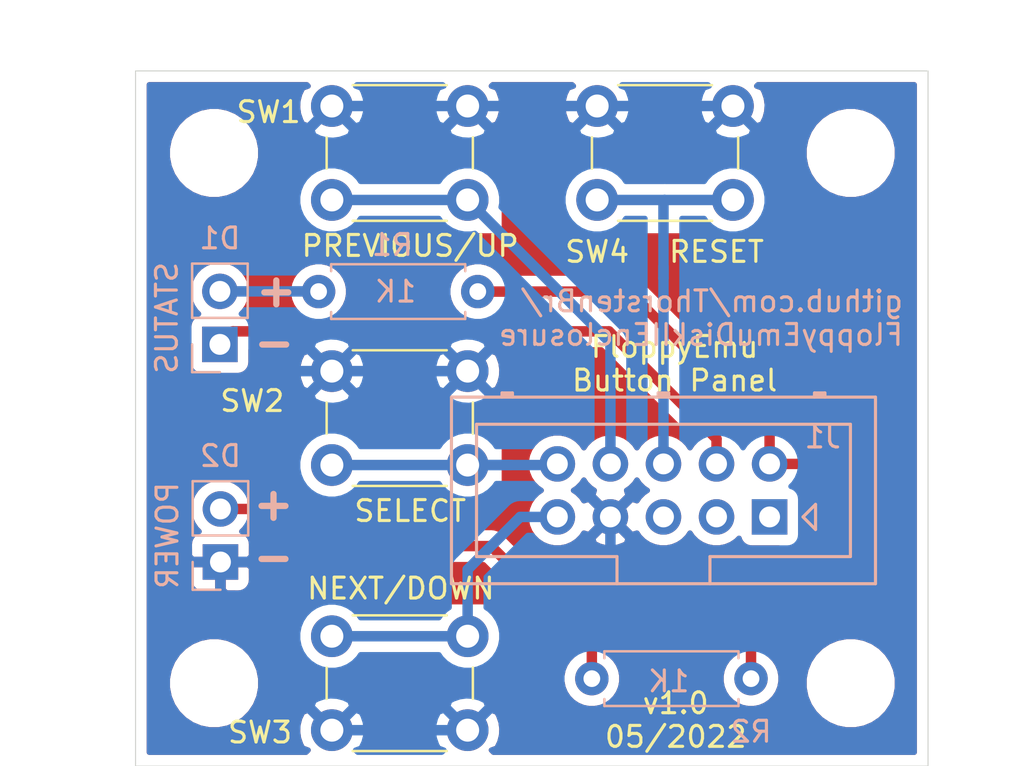
<source format=kicad_pcb>
(kicad_pcb (version 20171130) (host pcbnew 5.1.8-5.1.8)

  (general
    (thickness 1.6)
    (drawings 17)
    (tracks 64)
    (zones 0)
    (modules 13)
    (nets 13)
  )

  (page A4)
  (title_block
    (title "FloppyEmu Button Panel")
    (date 2022-05-16)
    (rev 1.0)
    (company "Thorsten Brehm")
  )

  (layers
    (0 F.Cu signal)
    (31 B.Cu signal hide)
    (32 B.Adhes user)
    (33 F.Adhes user)
    (34 B.Paste user)
    (35 F.Paste user)
    (36 B.SilkS user)
    (37 F.SilkS user)
    (38 B.Mask user)
    (39 F.Mask user)
    (40 Dwgs.User user)
    (41 Cmts.User user)
    (42 Eco1.User user)
    (43 Eco2.User user)
    (44 Edge.Cuts user)
    (45 Margin user)
    (46 B.CrtYd user)
    (47 F.CrtYd user)
    (48 B.Fab user)
    (49 F.Fab user)
  )

  (setup
    (last_trace_width 0.25)
    (user_trace_width 0.5)
    (trace_clearance 0.2)
    (zone_clearance 0.508)
    (zone_45_only no)
    (trace_min 0.2)
    (via_size 0.8)
    (via_drill 0.4)
    (via_min_size 0.4)
    (via_min_drill 0.3)
    (uvia_size 0.3)
    (uvia_drill 0.1)
    (uvias_allowed no)
    (uvia_min_size 0.2)
    (uvia_min_drill 0.1)
    (edge_width 0.05)
    (segment_width 0.2)
    (pcb_text_width 0.3)
    (pcb_text_size 1.5 1.5)
    (mod_edge_width 0.12)
    (mod_text_size 1 1)
    (mod_text_width 0.15)
    (pad_size 3.2 3.2)
    (pad_drill 3.2)
    (pad_to_mask_clearance 0)
    (aux_axis_origin 0 0)
    (visible_elements FFFFEF7F)
    (pcbplotparams
      (layerselection 0x010fc_ffffffff)
      (usegerberextensions false)
      (usegerberattributes true)
      (usegerberadvancedattributes true)
      (creategerberjobfile true)
      (excludeedgelayer true)
      (linewidth 0.100000)
      (plotframeref false)
      (viasonmask false)
      (mode 1)
      (useauxorigin false)
      (hpglpennumber 1)
      (hpglpenspeed 20)
      (hpglpendiameter 15.000000)
      (psnegative false)
      (psa4output false)
      (plotreference true)
      (plotvalue true)
      (plotinvisibletext false)
      (padsonsilk false)
      (subtractmaskfromsilk false)
      (outputformat 1)
      (mirror false)
      (drillshape 0)
      (scaleselection 1)
      (outputdirectory "Gerber/"))
  )

  (net 0 "")
  (net 1 +5V)
  (net 2 /SELECT)
  (net 3 /PREVIOUS)
  (net 4 /RESET)
  (net 5 /STATUS)
  (net 6 GND)
  (net 7 /NEXT)
  (net 8 "Net-(D1-Pad2)")
  (net 9 "Net-(J1-Pad5)")
  (net 10 "Net-(D2-Pad2)")
  (net 11 "Net-(J1-Pad3)")
  (net 12 "Net-(J1-Pad1)")

  (net_class Default "This is the default net class."
    (clearance 0.2)
    (trace_width 0.25)
    (via_dia 0.8)
    (via_drill 0.4)
    (uvia_dia 0.3)
    (uvia_drill 0.1)
    (add_net +5V)
    (add_net /NEXT)
    (add_net /PREVIOUS)
    (add_net /RESET)
    (add_net /SELECT)
    (add_net /STATUS)
    (add_net GND)
    (add_net "Net-(D1-Pad2)")
    (add_net "Net-(D2-Pad2)")
    (add_net "Net-(J1-Pad1)")
    (add_net "Net-(J1-Pad3)")
    (add_net "Net-(J1-Pad5)")
  )

  (module ThorstensFootprints:Box_Header_2x05x2.54mm_Straight (layer B.Cu) (tedit 59B4401C) (tstamp 6283906D)
    (at 132.715 88.265 180)
    (descr http://www.farnell.com/datasheets/1520732.pdf)
    (tags "connector multicomp MC9A MC9A12")
    (path /62826E2B)
    (fp_text reference J1 (at -2.54 3.81) (layer B.SilkS)
      (effects (font (size 1 1) (thickness 0.15)) (justify mirror))
    )
    (fp_text value ButtonPanelConnector (at 4.699 -4.953) (layer B.Paste) hide
      (effects (font (size 1 1) (thickness 0.15)) (justify mirror))
    )
    (fp_line (start -1.2 -1.2) (end -1.2 1.1) (layer B.Fab) (width 0.1))
    (fp_line (start 1.2 -1.2) (end -1.2 -1.2) (layer B.Fab) (width 0.1))
    (fp_line (start 1.2 1.1) (end 1.2 -1.2) (layer B.Fab) (width 0.1))
    (fp_line (start -1.2 1.1) (end 1.2 1.1) (layer B.Fab) (width 0.1))
    (fp_line (start -5.3 -3.5) (end -5.3 6) (layer B.Fab) (width 0.1))
    (fp_line (start 15.5 -3.5) (end -5.3 -3.5) (layer B.Fab) (width 0.1))
    (fp_line (start 15.5 6) (end 15.5 -3.5) (layer B.Fab) (width 0.1))
    (fp_line (start -5.3 6) (end 15.5 6) (layer B.Fab) (width 0.1))
    (fp_line (start -5.07 -3.2) (end -5.07 5.74) (layer B.SilkS) (width 0.15))
    (fp_line (start -5.07 5.74) (end 15.23 5.74) (layer B.SilkS) (width 0.15))
    (fp_line (start 15.23 5.74) (end 15.23 -3.2) (layer B.SilkS) (width 0.15))
    (fp_line (start 15.23 -3.2) (end -5.07 -3.2) (layer B.SilkS) (width 0.15))
    (fp_line (start 2.855 -3.2) (end 2.855 -1.9) (layer B.SilkS) (width 0.15))
    (fp_line (start 2.855 -1.9) (end -3.87 -1.9) (layer B.SilkS) (width 0.15))
    (fp_line (start -3.87 -1.9) (end -3.87 4.44) (layer B.SilkS) (width 0.15))
    (fp_line (start -3.87 4.44) (end 14.03 4.44) (layer B.SilkS) (width 0.15))
    (fp_line (start 14.03 4.44) (end 14.03 -1.9) (layer B.SilkS) (width 0.15))
    (fp_line (start 14.03 -1.9) (end 7.305 -1.9) (layer B.SilkS) (width 0.15))
    (fp_line (start 7.305 -1.9) (end 7.305 -3.2) (layer B.SilkS) (width 0.15))
    (fp_line (start 4.83 5.74) (end 4.83 5.94) (layer B.SilkS) (width 0.15))
    (fp_line (start 4.83 5.94) (end 5.33 5.94) (layer B.SilkS) (width 0.15))
    (fp_line (start 5.33 5.94) (end 5.33 5.74) (layer B.SilkS) (width 0.15))
    (fp_line (start 4.83 5.84) (end 5.33 5.84) (layer B.SilkS) (width 0.15))
    (fp_line (start 12.31 5.74) (end 12.31 5.94) (layer B.SilkS) (width 0.15))
    (fp_line (start 12.31 5.94) (end 12.81 5.94) (layer B.SilkS) (width 0.15))
    (fp_line (start 12.81 5.94) (end 12.81 5.74) (layer B.SilkS) (width 0.15))
    (fp_line (start 12.31 5.84) (end 12.81 5.84) (layer B.SilkS) (width 0.15))
    (fp_line (start -2.65 5.74) (end -2.65 5.94) (layer B.SilkS) (width 0.15))
    (fp_line (start -2.65 5.94) (end -2.15 5.94) (layer B.SilkS) (width 0.15))
    (fp_line (start -2.15 5.94) (end -2.15 5.74) (layer B.SilkS) (width 0.15))
    (fp_line (start -2.65 5.84) (end -2.15 5.84) (layer B.SilkS) (width 0.15))
    (fp_line (start -2.2 -0.6) (end -2.2 0.6) (layer B.SilkS) (width 0.15))
    (fp_line (start -2.2 0.6) (end -1.6 0) (layer B.SilkS) (width 0.15))
    (fp_line (start -1.6 0) (end -2.2 -0.6) (layer B.SilkS) (width 0.15))
    (fp_line (start -5.55 -3.7) (end -5.55 6.25) (layer B.CrtYd) (width 0.05))
    (fp_line (start -5.55 6.25) (end 15.75 6.25) (layer B.CrtYd) (width 0.05))
    (fp_line (start 15.75 6.25) (end 15.75 -3.7) (layer B.CrtYd) (width 0.05))
    (fp_line (start 15.75 -3.7) (end -5.55 -3.7) (layer B.CrtYd) (width 0.05))
    (fp_text user %R (at 13.716 -4.699 180) (layer B.Fab) hide
      (effects (font (size 1 1) (thickness 0.15)) (justify mirror))
    )
    (pad 10 thru_hole circle (at 10.16 2.54 180) (size 1.7 1.7) (drill 1) (layers *.Cu *.Mask)
      (net 2 /SELECT))
    (pad 9 thru_hole circle (at 10.16 0 180) (size 1.7 1.7) (drill 1) (layers *.Cu *.Mask)
      (net 7 /NEXT))
    (pad 8 thru_hole circle (at 7.62 2.54 180) (size 1.7 1.7) (drill 1) (layers *.Cu *.Mask)
      (net 3 /PREVIOUS))
    (pad 7 thru_hole circle (at 7.62 0 180) (size 1.7 1.7) (drill 1) (layers *.Cu *.Mask)
      (net 6 GND))
    (pad 6 thru_hole circle (at 5.08 2.54 180) (size 1.7 1.7) (drill 1) (layers *.Cu *.Mask)
      (net 4 /RESET))
    (pad 5 thru_hole circle (at 5.08 0 180) (size 1.7 1.7) (drill 1) (layers *.Cu *.Mask)
      (net 9 "Net-(J1-Pad5)"))
    (pad 4 thru_hole circle (at 2.54 2.54 180) (size 1.7 1.7) (drill 1) (layers *.Cu *.Mask)
      (net 5 /STATUS))
    (pad 3 thru_hole circle (at 2.54 0 180) (size 1.7 1.7) (drill 1) (layers *.Cu *.Mask)
      (net 11 "Net-(J1-Pad3)"))
    (pad 2 thru_hole circle (at 0 2.54 180) (size 1.7 1.7) (drill 1) (layers *.Cu *.Mask)
      (net 1 +5V))
    (pad 1 thru_hole rect (at 0 0 180) (size 1.7 1.7) (drill 1) (layers *.Cu *.Mask)
      (net 12 "Net-(J1-Pad1)"))
    (model ${KISYS3DMOD}/LibreSolar.3dshapes/Wuerth_WR-WTB_61201021621.stp
      (offset (xyz 5.079999923706055 1.269999980926514 4.499999932416782))
      (scale (xyz 1 1 1))
      (rotate (xyz 0 0 0))
    )
  )

  (module Mounting_Holes:MountingHole_3.2mm_M3 (layer F.Cu) (tedit 56D1B4CB) (tstamp 6282B512)
    (at 136.6 96.23)
    (descr "Mounting Hole 3.2mm, no annular, M3")
    (tags "mounting hole 3.2mm no annular m3")
    (path /6283B47E)
    (attr virtual)
    (fp_text reference H4 (at 0 -4.2) (layer F.SilkS) hide
      (effects (font (size 1 1) (thickness 0.15)))
    )
    (fp_text value MountingHole (at 0 4.2) (layer F.Fab) hide
      (effects (font (size 1 1) (thickness 0.15)))
    )
    (fp_circle (center 0 0) (end 3.2 0) (layer Cmts.User) (width 0.15))
    (fp_circle (center 0 0) (end 3.45 0) (layer F.CrtYd) (width 0.05))
    (fp_text user %R (at 0.3 0) (layer F.Fab)
      (effects (font (size 1 1) (thickness 0.15)))
    )
    (pad 1 np_thru_hole circle (at 0 0) (size 3.2 3.2) (drill 3.2) (layers *.Cu *.Mask))
  )

  (module Mounting_Holes:MountingHole_3.2mm_M3 (layer F.Cu) (tedit 56D1B4CB) (tstamp 6282B50F)
    (at 136.6 70.83)
    (descr "Mounting Hole 3.2mm, no annular, M3")
    (tags "mounting hole 3.2mm no annular m3")
    (path /6283B185)
    (attr virtual)
    (fp_text reference H3 (at 0 -4.2) (layer F.SilkS) hide
      (effects (font (size 1 1) (thickness 0.15)))
    )
    (fp_text value MountingHole (at 0 4.2) (layer F.Fab) hide
      (effects (font (size 1 1) (thickness 0.15)))
    )
    (fp_circle (center 0 0) (end 3.2 0) (layer Cmts.User) (width 0.15))
    (fp_circle (center 0 0) (end 3.45 0) (layer F.CrtYd) (width 0.05))
    (fp_text user %R (at 0.3 0) (layer F.Fab)
      (effects (font (size 1 1) (thickness 0.15)))
    )
    (pad 1 np_thru_hole circle (at 0 0) (size 3.2 3.2) (drill 3.2) (layers *.Cu *.Mask))
  )

  (module Mounting_Holes:MountingHole_3.2mm_M3 (layer F.Cu) (tedit 56D1B4CB) (tstamp 6282B6F4)
    (at 106.12 70.83)
    (descr "Mounting Hole 3.2mm, no annular, M3")
    (tags "mounting hole 3.2mm no annular m3")
    (path /6283AD76)
    (attr virtual)
    (fp_text reference H2 (at 0 -4.2) (layer F.SilkS) hide
      (effects (font (size 1 1) (thickness 0.15)))
    )
    (fp_text value MountingHole (at 0 4.2) (layer F.Fab) hide
      (effects (font (size 1 1) (thickness 0.15)))
    )
    (fp_circle (center 0 0) (end 3.2 0) (layer Cmts.User) (width 0.15))
    (fp_circle (center 0 0) (end 3.45 0) (layer F.CrtYd) (width 0.05))
    (fp_text user %R (at 0.3 0) (layer F.Fab)
      (effects (font (size 1 1) (thickness 0.15)))
    )
    (pad 1 np_thru_hole circle (at 0 0) (size 3.2 3.2) (drill 3.2) (layers *.Cu *.Mask))
  )

  (module Mounting_Holes:MountingHole_3.2mm_M3 (layer F.Cu) (tedit 56D1B4CB) (tstamp 6282B509)
    (at 106.12 96.23)
    (descr "Mounting Hole 3.2mm, no annular, M3")
    (tags "mounting hole 3.2mm no annular m3")
    (path /6283B6E3)
    (attr virtual)
    (fp_text reference H1 (at 0 -4.2) (layer F.SilkS) hide
      (effects (font (size 1 1) (thickness 0.15)))
    )
    (fp_text value MountingHole (at 0 4.2) (layer F.Fab) hide
      (effects (font (size 1 1) (thickness 0.15)))
    )
    (fp_circle (center 0 0) (end 3.2 0) (layer Cmts.User) (width 0.15))
    (fp_circle (center 0 0) (end 3.45 0) (layer F.CrtYd) (width 0.05))
    (fp_text user %R (at 0.3 0) (layer F.Fab)
      (effects (font (size 1 1) (thickness 0.15)))
    )
    (pad 1 np_thru_hole circle (at 0 0) (size 3.2 3.2) (drill 3.2) (layers *.Cu *.Mask))
  )

  (module Resistors_THT:R_Axial_DIN0207_L6.3mm_D2.5mm_P7.62mm_Horizontal (layer B.Cu) (tedit 5874F706) (tstamp 6280EAEF)
    (at 131.826 96.012 180)
    (descr "Resistor, Axial_DIN0207 series, Axial, Horizontal, pin pitch=7.62mm, 0.25W = 1/4W, length*diameter=6.3*2.5mm^2, http://cdn-reichelt.de/documents/datenblatt/B400/1_4W%23YAG.pdf")
    (tags "Resistor Axial_DIN0207 series Axial Horizontal pin pitch 7.62mm 0.25W = 1/4W length 6.3mm diameter 2.5mm")
    (path /6274C43F)
    (fp_text reference R2 (at 0 -2.54 180) (layer B.SilkS)
      (effects (font (size 1 1) (thickness 0.15)) (justify mirror))
    )
    (fp_text value 1K (at 3.937 -0.127 180) (layer B.SilkS)
      (effects (font (size 1 1) (thickness 0.15)) (justify mirror))
    )
    (fp_line (start 8.7 1.6) (end -1.05 1.6) (layer B.CrtYd) (width 0.05))
    (fp_line (start 8.7 -1.6) (end 8.7 1.6) (layer B.CrtYd) (width 0.05))
    (fp_line (start -1.05 -1.6) (end 8.7 -1.6) (layer B.CrtYd) (width 0.05))
    (fp_line (start -1.05 1.6) (end -1.05 -1.6) (layer B.CrtYd) (width 0.05))
    (fp_line (start 7.02 -1.31) (end 7.02 -0.98) (layer B.SilkS) (width 0.12))
    (fp_line (start 0.6 -1.31) (end 7.02 -1.31) (layer B.SilkS) (width 0.12))
    (fp_line (start 0.6 -0.98) (end 0.6 -1.31) (layer B.SilkS) (width 0.12))
    (fp_line (start 7.02 1.31) (end 7.02 0.98) (layer B.SilkS) (width 0.12))
    (fp_line (start 0.6 1.31) (end 7.02 1.31) (layer B.SilkS) (width 0.12))
    (fp_line (start 0.6 0.98) (end 0.6 1.31) (layer B.SilkS) (width 0.12))
    (fp_line (start 7.62 0) (end 6.96 0) (layer B.Fab) (width 0.1))
    (fp_line (start 0 0) (end 0.66 0) (layer B.Fab) (width 0.1))
    (fp_line (start 6.96 1.25) (end 0.66 1.25) (layer B.Fab) (width 0.1))
    (fp_line (start 6.96 -1.25) (end 6.96 1.25) (layer B.Fab) (width 0.1))
    (fp_line (start 0.66 -1.25) (end 6.96 -1.25) (layer B.Fab) (width 0.1))
    (fp_line (start 0.66 1.25) (end 0.66 -1.25) (layer B.Fab) (width 0.1))
    (pad 1 thru_hole circle (at 0 0 180) (size 1.6 1.6) (drill 0.8) (layers *.Cu *.Mask)
      (net 1 +5V))
    (pad 2 thru_hole oval (at 7.62 0 180) (size 1.6 1.6) (drill 0.8) (layers *.Cu *.Mask)
      (net 10 "Net-(D2-Pad2)"))
    (model ${KISYS3DMOD}/Resistors_THT.3dshapes/R_Axial_DIN0207_L6.3mm_D2.5mm_P7.62mm_Horizontal.wrl
      (at (xyz 0 0 0))
      (scale (xyz 0.393701 0.393701 0.393701))
      (rotate (xyz 0 0 0))
    )
  )

  (module Pin_Headers:Pin_Header_Straight_1x02_Pitch2.54mm (layer B.Cu) (tedit 59650532) (tstamp 628100A5)
    (at 106.426 90.424)
    (descr "Through hole straight pin header, 1x02, 2.54mm pitch, single row")
    (tags "Through hole pin header THT 1x02 2.54mm single row")
    (path /6274C215)
    (fp_text reference D2 (at 0 -5.08) (layer B.SilkS)
      (effects (font (size 1 1) (thickness 0.15)) (justify mirror))
    )
    (fp_text value POWER (at -2.54 -1.27 270) (layer B.SilkS)
      (effects (font (size 1 1) (thickness 0.15)) (justify mirror))
    )
    (fp_line (start 1.8 1.8) (end -1.8 1.8) (layer B.CrtYd) (width 0.05))
    (fp_line (start 1.8 -4.35) (end 1.8 1.8) (layer B.CrtYd) (width 0.05))
    (fp_line (start -1.8 -4.35) (end 1.8 -4.35) (layer B.CrtYd) (width 0.05))
    (fp_line (start -1.8 1.8) (end -1.8 -4.35) (layer B.CrtYd) (width 0.05))
    (fp_line (start -1.33 1.33) (end 0 1.33) (layer B.SilkS) (width 0.12))
    (fp_line (start -1.33 0) (end -1.33 1.33) (layer B.SilkS) (width 0.12))
    (fp_line (start -1.33 -1.27) (end 1.33 -1.27) (layer B.SilkS) (width 0.12))
    (fp_line (start 1.33 -1.27) (end 1.33 -3.87) (layer B.SilkS) (width 0.12))
    (fp_line (start -1.33 -1.27) (end -1.33 -3.87) (layer B.SilkS) (width 0.12))
    (fp_line (start -1.33 -3.87) (end 1.33 -3.87) (layer B.SilkS) (width 0.12))
    (fp_line (start -1.27 0.635) (end -0.635 1.27) (layer B.Fab) (width 0.1))
    (fp_line (start -1.27 -3.81) (end -1.27 0.635) (layer B.Fab) (width 0.1))
    (fp_line (start 1.27 -3.81) (end -1.27 -3.81) (layer B.Fab) (width 0.1))
    (fp_line (start 1.27 1.27) (end 1.27 -3.81) (layer B.Fab) (width 0.1))
    (fp_line (start -0.635 1.27) (end 1.27 1.27) (layer B.Fab) (width 0.1))
    (fp_text user %R (at -2.54 -2.032 270) (layer B.Fab) hide
      (effects (font (size 1 1) (thickness 0.15)) (justify mirror))
    )
    (pad 1 thru_hole rect (at 0 0) (size 1.7 1.7) (drill 1) (layers *.Cu *.Mask)
      (net 6 GND))
    (pad 2 thru_hole oval (at 0 -2.54) (size 1.7 1.7) (drill 1) (layers *.Cu *.Mask)
      (net 10 "Net-(D2-Pad2)"))
    (model ${KISYS3DMOD}/Pin_Headers.3dshapes/Pin_Header_Straight_1x02_Pitch2.54mm.wrl
      (at (xyz 0 0 0))
      (scale (xyz 1 1 1))
      (rotate (xyz 0 0 0))
    )
  )

  (module Resistors_THT:R_Axial_DIN0207_L6.3mm_D2.5mm_P7.62mm_Horizontal (layer B.Cu) (tedit 5874F706) (tstamp 62839444)
    (at 118.745 77.47 180)
    (descr "Resistor, Axial_DIN0207 series, Axial, Horizontal, pin pitch=7.62mm, 0.25W = 1/4W, length*diameter=6.3*2.5mm^2, http://cdn-reichelt.de/documents/datenblatt/B400/1_4W%23YAG.pdf")
    (tags "Resistor Axial_DIN0207 series Axial Horizontal pin pitch 7.62mm 0.25W = 1/4W length 6.3mm diameter 2.5mm")
    (path /6274AF14)
    (fp_text reference R1 (at 4.0894 2.2352 180) (layer B.SilkS)
      (effects (font (size 1 1) (thickness 0.15)) (justify mirror))
    )
    (fp_text value 1K (at 3.937 0 180) (layer B.SilkS)
      (effects (font (size 1 1) (thickness 0.15)) (justify mirror))
    )
    (fp_line (start 8.7 1.6) (end -1.05 1.6) (layer B.CrtYd) (width 0.05))
    (fp_line (start 8.7 -1.6) (end 8.7 1.6) (layer B.CrtYd) (width 0.05))
    (fp_line (start -1.05 -1.6) (end 8.7 -1.6) (layer B.CrtYd) (width 0.05))
    (fp_line (start -1.05 1.6) (end -1.05 -1.6) (layer B.CrtYd) (width 0.05))
    (fp_line (start 7.02 -1.31) (end 7.02 -0.98) (layer B.SilkS) (width 0.12))
    (fp_line (start 0.6 -1.31) (end 7.02 -1.31) (layer B.SilkS) (width 0.12))
    (fp_line (start 0.6 -0.98) (end 0.6 -1.31) (layer B.SilkS) (width 0.12))
    (fp_line (start 7.02 1.31) (end 7.02 0.98) (layer B.SilkS) (width 0.12))
    (fp_line (start 0.6 1.31) (end 7.02 1.31) (layer B.SilkS) (width 0.12))
    (fp_line (start 0.6 0.98) (end 0.6 1.31) (layer B.SilkS) (width 0.12))
    (fp_line (start 7.62 0) (end 6.96 0) (layer B.Fab) (width 0.1))
    (fp_line (start 0 0) (end 0.66 0) (layer B.Fab) (width 0.1))
    (fp_line (start 6.96 1.25) (end 0.66 1.25) (layer B.Fab) (width 0.1))
    (fp_line (start 6.96 -1.25) (end 6.96 1.25) (layer B.Fab) (width 0.1))
    (fp_line (start 0.66 -1.25) (end 6.96 -1.25) (layer B.Fab) (width 0.1))
    (fp_line (start 0.66 1.25) (end 0.66 -1.25) (layer B.Fab) (width 0.1))
    (pad 1 thru_hole circle (at 0 0 180) (size 1.6 1.6) (drill 0.8) (layers *.Cu *.Mask)
      (net 1 +5V))
    (pad 2 thru_hole oval (at 7.62 0 180) (size 1.6 1.6) (drill 0.8) (layers *.Cu *.Mask)
      (net 8 "Net-(D1-Pad2)"))
    (model ${KISYS3DMOD}/Resistors_THT.3dshapes/R_Axial_DIN0207_L6.3mm_D2.5mm_P7.62mm_Horizontal.wrl
      (at (xyz 0 0 0))
      (scale (xyz 0.393701 0.393701 0.393701))
      (rotate (xyz 0 0 0))
    )
  )

  (module Pin_Headers:Pin_Header_Straight_1x02_Pitch2.54mm (layer B.Cu) (tedit 59650532) (tstamp 6280E674)
    (at 106.4 80)
    (descr "Through hole straight pin header, 1x02, 2.54mm pitch, single row")
    (tags "Through hole pin header THT 1x02 2.54mm single row")
    (path /6274B5B6)
    (fp_text reference D1 (at 0 -5.08 180) (layer B.SilkS)
      (effects (font (size 1 1) (thickness 0.15)) (justify mirror))
    )
    (fp_text value STATUS (at -2.54 -1.27 270) (layer B.SilkS)
      (effects (font (size 1 1) (thickness 0.15)) (justify mirror))
    )
    (fp_line (start 1.8 1.8) (end -1.8 1.8) (layer B.CrtYd) (width 0.05))
    (fp_line (start 1.8 -4.35) (end 1.8 1.8) (layer B.CrtYd) (width 0.05))
    (fp_line (start -1.8 -4.35) (end 1.8 -4.35) (layer B.CrtYd) (width 0.05))
    (fp_line (start -1.8 1.8) (end -1.8 -4.35) (layer B.CrtYd) (width 0.05))
    (fp_line (start -1.33 1.33) (end 0 1.33) (layer B.SilkS) (width 0.12))
    (fp_line (start -1.33 0) (end -1.33 1.33) (layer B.SilkS) (width 0.12))
    (fp_line (start -1.33 -1.27) (end 1.33 -1.27) (layer B.SilkS) (width 0.12))
    (fp_line (start 1.33 -1.27) (end 1.33 -3.87) (layer B.SilkS) (width 0.12))
    (fp_line (start -1.33 -1.27) (end -1.33 -3.87) (layer B.SilkS) (width 0.12))
    (fp_line (start -1.33 -3.87) (end 1.33 -3.87) (layer B.SilkS) (width 0.12))
    (fp_line (start -1.27 0.635) (end -0.635 1.27) (layer B.Fab) (width 0.1))
    (fp_line (start -1.27 -3.81) (end -1.27 0.635) (layer B.Fab) (width 0.1))
    (fp_line (start 1.27 -3.81) (end -1.27 -3.81) (layer B.Fab) (width 0.1))
    (fp_line (start 1.27 1.27) (end 1.27 -3.81) (layer B.Fab) (width 0.1))
    (fp_line (start -0.635 1.27) (end 1.27 1.27) (layer B.Fab) (width 0.1))
    (fp_text user %R (at -2.667 -0.127 270) (layer B.Fab) hide
      (effects (font (size 1 1) (thickness 0.15)) (justify mirror))
    )
    (pad 1 thru_hole rect (at 0 0) (size 1.7 1.7) (drill 1) (layers *.Cu *.Mask)
      (net 5 /STATUS))
    (pad 2 thru_hole oval (at 0 -2.54) (size 1.7 1.7) (drill 1) (layers *.Cu *.Mask)
      (net 8 "Net-(D1-Pad2)"))
    (model ${KISYS3DMOD}/Pin_Headers.3dshapes/Pin_Header_Straight_1x02_Pitch2.54mm.wrl
      (at (xyz 0 0 0))
      (scale (xyz 1 1 1))
      (rotate (xyz 0 0 0))
    )
  )

  (module Buttons_Switches_THT:SW_PUSH_6mm_h5mm (layer F.Cu) (tedit 5923F252) (tstamp 6274514C)
    (at 111.76 68.58)
    (descr "tactile push button, 6x6mm e.g. PHAP33xx series, height=5mm")
    (tags "tact sw push 6mm")
    (path /62744C78)
    (fp_text reference SW1 (at -3.03 0.29) (layer F.SilkS)
      (effects (font (size 1 1) (thickness 0.15)))
    )
    (fp_text value PREVIOUS/UP (at 3.75 6.7) (layer F.SilkS)
      (effects (font (size 1 1) (thickness 0.15)))
    )
    (fp_circle (center 3.25 2.25) (end 1.25 2.5) (layer F.Fab) (width 0.1))
    (fp_line (start 6.75 3) (end 6.75 1.5) (layer F.SilkS) (width 0.12))
    (fp_line (start 5.5 -1) (end 1 -1) (layer F.SilkS) (width 0.12))
    (fp_line (start -0.25 1.5) (end -0.25 3) (layer F.SilkS) (width 0.12))
    (fp_line (start 1 5.5) (end 5.5 5.5) (layer F.SilkS) (width 0.12))
    (fp_line (start 8 -1.25) (end 8 5.75) (layer F.CrtYd) (width 0.05))
    (fp_line (start 7.75 6) (end -1.25 6) (layer F.CrtYd) (width 0.05))
    (fp_line (start -1.5 5.75) (end -1.5 -1.25) (layer F.CrtYd) (width 0.05))
    (fp_line (start -1.25 -1.5) (end 7.75 -1.5) (layer F.CrtYd) (width 0.05))
    (fp_line (start -1.5 6) (end -1.25 6) (layer F.CrtYd) (width 0.05))
    (fp_line (start -1.5 5.75) (end -1.5 6) (layer F.CrtYd) (width 0.05))
    (fp_line (start -1.5 -1.5) (end -1.25 -1.5) (layer F.CrtYd) (width 0.05))
    (fp_line (start -1.5 -1.25) (end -1.5 -1.5) (layer F.CrtYd) (width 0.05))
    (fp_line (start 8 -1.5) (end 8 -1.25) (layer F.CrtYd) (width 0.05))
    (fp_line (start 7.75 -1.5) (end 8 -1.5) (layer F.CrtYd) (width 0.05))
    (fp_line (start 8 6) (end 8 5.75) (layer F.CrtYd) (width 0.05))
    (fp_line (start 7.75 6) (end 8 6) (layer F.CrtYd) (width 0.05))
    (fp_line (start 0.25 -0.75) (end 3.25 -0.75) (layer F.Fab) (width 0.1))
    (fp_line (start 0.25 5.25) (end 0.25 -0.75) (layer F.Fab) (width 0.1))
    (fp_line (start 6.25 5.25) (end 0.25 5.25) (layer F.Fab) (width 0.1))
    (fp_line (start 6.25 -0.75) (end 6.25 5.25) (layer F.Fab) (width 0.1))
    (fp_line (start 3.25 -0.75) (end 6.25 -0.75) (layer F.Fab) (width 0.1))
    (fp_text user %R (at 3.048 2.157999) (layer F.Fab) hide
      (effects (font (size 1 1) (thickness 0.15)))
    )
    (pad 1 thru_hole circle (at 6.5 0 90) (size 2 2) (drill 1.1) (layers *.Cu *.Mask)
      (net 6 GND))
    (pad 2 thru_hole circle (at 6.5 4.5 90) (size 2 2) (drill 1.1) (layers *.Cu *.Mask)
      (net 3 /PREVIOUS))
    (pad 1 thru_hole circle (at 0 0 90) (size 2 2) (drill 1.1) (layers *.Cu *.Mask)
      (net 6 GND))
    (pad 2 thru_hole circle (at 0 4.5 90) (size 2 2) (drill 1.1) (layers *.Cu *.Mask)
      (net 3 /PREVIOUS))
    (model ${KISYS3DMOD}/Buttons_Switches_THT.3dshapes/SW_PUSH_6mm_h5mm.wrl
      (offset (xyz 0.1269999980926514 0 0))
      (scale (xyz 0.3937 0.3937 0.3937))
      (rotate (xyz 0 0 0))
    )
  )

  (module Buttons_Switches_THT:SW_PUSH_6mm_h5mm (layer F.Cu) (tedit 5923F252) (tstamp 6274516B)
    (at 111.76 81.28)
    (descr "tactile push button, 6x6mm e.g. PHAP33xx series, height=5mm")
    (tags "tact sw push 6mm")
    (path /62744E61)
    (fp_text reference SW2 (at -3.81 1.43) (layer F.SilkS)
      (effects (font (size 1 1) (thickness 0.15)))
    )
    (fp_text value SELECT (at 3.75 6.7) (layer F.SilkS)
      (effects (font (size 1 1) (thickness 0.15)))
    )
    (fp_line (start 3.25 -0.75) (end 6.25 -0.75) (layer F.Fab) (width 0.1))
    (fp_line (start 6.25 -0.75) (end 6.25 5.25) (layer F.Fab) (width 0.1))
    (fp_line (start 6.25 5.25) (end 0.25 5.25) (layer F.Fab) (width 0.1))
    (fp_line (start 0.25 5.25) (end 0.25 -0.75) (layer F.Fab) (width 0.1))
    (fp_line (start 0.25 -0.75) (end 3.25 -0.75) (layer F.Fab) (width 0.1))
    (fp_line (start 7.75 6) (end 8 6) (layer F.CrtYd) (width 0.05))
    (fp_line (start 8 6) (end 8 5.75) (layer F.CrtYd) (width 0.05))
    (fp_line (start 7.75 -1.5) (end 8 -1.5) (layer F.CrtYd) (width 0.05))
    (fp_line (start 8 -1.5) (end 8 -1.25) (layer F.CrtYd) (width 0.05))
    (fp_line (start -1.5 -1.25) (end -1.5 -1.5) (layer F.CrtYd) (width 0.05))
    (fp_line (start -1.5 -1.5) (end -1.25 -1.5) (layer F.CrtYd) (width 0.05))
    (fp_line (start -1.5 5.75) (end -1.5 6) (layer F.CrtYd) (width 0.05))
    (fp_line (start -1.5 6) (end -1.25 6) (layer F.CrtYd) (width 0.05))
    (fp_line (start -1.25 -1.5) (end 7.75 -1.5) (layer F.CrtYd) (width 0.05))
    (fp_line (start -1.5 5.75) (end -1.5 -1.25) (layer F.CrtYd) (width 0.05))
    (fp_line (start 7.75 6) (end -1.25 6) (layer F.CrtYd) (width 0.05))
    (fp_line (start 8 -1.25) (end 8 5.75) (layer F.CrtYd) (width 0.05))
    (fp_line (start 1 5.5) (end 5.5 5.5) (layer F.SilkS) (width 0.12))
    (fp_line (start -0.25 1.5) (end -0.25 3) (layer F.SilkS) (width 0.12))
    (fp_line (start 5.5 -1) (end 1 -1) (layer F.SilkS) (width 0.12))
    (fp_line (start 6.75 3) (end 6.75 1.5) (layer F.SilkS) (width 0.12))
    (fp_circle (center 3.25 2.25) (end 1.25 2.5) (layer F.Fab) (width 0.1))
    (fp_text user %R (at 3.25 2.25) (layer F.Fab) hide
      (effects (font (size 1 1) (thickness 0.15)))
    )
    (pad 2 thru_hole circle (at 0 4.5 90) (size 2 2) (drill 1.1) (layers *.Cu *.Mask)
      (net 2 /SELECT))
    (pad 1 thru_hole circle (at 0 0 90) (size 2 2) (drill 1.1) (layers *.Cu *.Mask)
      (net 6 GND))
    (pad 2 thru_hole circle (at 6.5 4.5 90) (size 2 2) (drill 1.1) (layers *.Cu *.Mask)
      (net 2 /SELECT))
    (pad 1 thru_hole circle (at 6.5 0 90) (size 2 2) (drill 1.1) (layers *.Cu *.Mask)
      (net 6 GND))
    (model ${KISYS3DMOD}/Buttons_Switches_THT.3dshapes/SW_PUSH_6mm_h5mm.wrl
      (offset (xyz 0.1269999980926514 0 0))
      (scale (xyz 0.3937 0.3937 0.3937))
      (rotate (xyz 0 0 0))
    )
  )

  (module Buttons_Switches_THT:SW_PUSH_6mm_h5mm (layer F.Cu) (tedit 5923F252) (tstamp 627454DD)
    (at 111.76 93.98)
    (descr "tactile push button, 6x6mm e.g. PHAP33xx series, height=5mm")
    (tags "tact sw push 6mm")
    (path /62745058)
    (fp_text reference SW3 (at -3.44 4.61) (layer F.SilkS)
      (effects (font (size 1 1) (thickness 0.15)))
    )
    (fp_text value NEXT/DOWN (at 3.302 -2.286) (layer F.SilkS)
      (effects (font (size 1 1) (thickness 0.15)))
    )
    (fp_circle (center 3.25 2.25) (end 1.25 2.5) (layer F.Fab) (width 0.1))
    (fp_line (start 6.75 3) (end 6.75 1.5) (layer F.SilkS) (width 0.12))
    (fp_line (start 5.5 -1) (end 1 -1) (layer F.SilkS) (width 0.12))
    (fp_line (start -0.25 1.5) (end -0.25 3) (layer F.SilkS) (width 0.12))
    (fp_line (start 1 5.5) (end 5.5 5.5) (layer F.SilkS) (width 0.12))
    (fp_line (start 8 -1.25) (end 8 5.75) (layer F.CrtYd) (width 0.05))
    (fp_line (start 7.75 6) (end -1.25 6) (layer F.CrtYd) (width 0.05))
    (fp_line (start -1.5 5.75) (end -1.5 -1.25) (layer F.CrtYd) (width 0.05))
    (fp_line (start -1.25 -1.5) (end 7.75 -1.5) (layer F.CrtYd) (width 0.05))
    (fp_line (start -1.5 6) (end -1.25 6) (layer F.CrtYd) (width 0.05))
    (fp_line (start -1.5 5.75) (end -1.5 6) (layer F.CrtYd) (width 0.05))
    (fp_line (start -1.5 -1.5) (end -1.25 -1.5) (layer F.CrtYd) (width 0.05))
    (fp_line (start -1.5 -1.25) (end -1.5 -1.5) (layer F.CrtYd) (width 0.05))
    (fp_line (start 8 -1.5) (end 8 -1.25) (layer F.CrtYd) (width 0.05))
    (fp_line (start 7.75 -1.5) (end 8 -1.5) (layer F.CrtYd) (width 0.05))
    (fp_line (start 8 6) (end 8 5.75) (layer F.CrtYd) (width 0.05))
    (fp_line (start 7.75 6) (end 8 6) (layer F.CrtYd) (width 0.05))
    (fp_line (start 0.25 -0.75) (end 3.25 -0.75) (layer F.Fab) (width 0.1))
    (fp_line (start 0.25 5.25) (end 0.25 -0.75) (layer F.Fab) (width 0.1))
    (fp_line (start 6.25 5.25) (end 0.25 5.25) (layer F.Fab) (width 0.1))
    (fp_line (start 6.25 -0.75) (end 6.25 5.25) (layer F.Fab) (width 0.1))
    (fp_line (start 3.25 -0.75) (end 6.25 -0.75) (layer F.Fab) (width 0.1))
    (fp_text user %R (at 3.25 2.25) (layer F.Fab) hide
      (effects (font (size 1 1) (thickness 0.15)))
    )
    (pad 1 thru_hole circle (at 6.5 0 90) (size 2 2) (drill 1.1) (layers *.Cu *.Mask)
      (net 7 /NEXT))
    (pad 2 thru_hole circle (at 6.5 4.5 90) (size 2 2) (drill 1.1) (layers *.Cu *.Mask)
      (net 6 GND))
    (pad 1 thru_hole circle (at 0 0 90) (size 2 2) (drill 1.1) (layers *.Cu *.Mask)
      (net 7 /NEXT))
    (pad 2 thru_hole circle (at 0 4.5 90) (size 2 2) (drill 1.1) (layers *.Cu *.Mask)
      (net 6 GND))
    (model ${KISYS3DMOD}/Buttons_Switches_THT.3dshapes/SW_PUSH_6mm_h5mm.wrl
      (offset (xyz 0.1269999980926514 0 0))
      (scale (xyz 0.3937 0.3937 0.3937))
      (rotate (xyz 0 0 0))
    )
  )

  (module Buttons_Switches_THT:SW_PUSH_6mm_h5mm (layer F.Cu) (tedit 5923F252) (tstamp 627451A9)
    (at 124.46 68.58)
    (descr "tactile push button, 6x6mm e.g. PHAP33xx series, height=5mm")
    (tags "tact sw push 6mm")
    (path /62745342)
    (fp_text reference SW4 (at 0 6.985) (layer F.SilkS)
      (effects (font (size 1 1) (thickness 0.15)))
    )
    (fp_text value RESET (at 5.715 6.985) (layer F.SilkS)
      (effects (font (size 1 1) (thickness 0.15)))
    )
    (fp_line (start 3.25 -0.75) (end 6.25 -0.75) (layer F.Fab) (width 0.1))
    (fp_line (start 6.25 -0.75) (end 6.25 5.25) (layer F.Fab) (width 0.1))
    (fp_line (start 6.25 5.25) (end 0.25 5.25) (layer F.Fab) (width 0.1))
    (fp_line (start 0.25 5.25) (end 0.25 -0.75) (layer F.Fab) (width 0.1))
    (fp_line (start 0.25 -0.75) (end 3.25 -0.75) (layer F.Fab) (width 0.1))
    (fp_line (start 7.75 6) (end 8 6) (layer F.CrtYd) (width 0.05))
    (fp_line (start 8 6) (end 8 5.75) (layer F.CrtYd) (width 0.05))
    (fp_line (start 7.75 -1.5) (end 8 -1.5) (layer F.CrtYd) (width 0.05))
    (fp_line (start 8 -1.5) (end 8 -1.25) (layer F.CrtYd) (width 0.05))
    (fp_line (start -1.5 -1.25) (end -1.5 -1.5) (layer F.CrtYd) (width 0.05))
    (fp_line (start -1.5 -1.5) (end -1.25 -1.5) (layer F.CrtYd) (width 0.05))
    (fp_line (start -1.5 5.75) (end -1.5 6) (layer F.CrtYd) (width 0.05))
    (fp_line (start -1.5 6) (end -1.25 6) (layer F.CrtYd) (width 0.05))
    (fp_line (start -1.25 -1.5) (end 7.75 -1.5) (layer F.CrtYd) (width 0.05))
    (fp_line (start -1.5 5.75) (end -1.5 -1.25) (layer F.CrtYd) (width 0.05))
    (fp_line (start 7.75 6) (end -1.25 6) (layer F.CrtYd) (width 0.05))
    (fp_line (start 8 -1.25) (end 8 5.75) (layer F.CrtYd) (width 0.05))
    (fp_line (start 1 5.5) (end 5.5 5.5) (layer F.SilkS) (width 0.12))
    (fp_line (start -0.25 1.5) (end -0.25 3) (layer F.SilkS) (width 0.12))
    (fp_line (start 5.5 -1) (end 1 -1) (layer F.SilkS) (width 0.12))
    (fp_line (start 6.75 3) (end 6.75 1.5) (layer F.SilkS) (width 0.12))
    (fp_circle (center 3.25 2.25) (end 1.25 2.5) (layer F.Fab) (width 0.1))
    (fp_text user %R (at 3.484999 2.411999) (layer F.Fab) hide
      (effects (font (size 1 1) (thickness 0.15)))
    )
    (pad 2 thru_hole circle (at 0 4.5 90) (size 2 2) (drill 1.1) (layers *.Cu *.Mask)
      (net 4 /RESET))
    (pad 1 thru_hole circle (at 0 0 90) (size 2 2) (drill 1.1) (layers *.Cu *.Mask)
      (net 6 GND))
    (pad 2 thru_hole circle (at 6.5 4.5 90) (size 2 2) (drill 1.1) (layers *.Cu *.Mask)
      (net 4 /RESET))
    (pad 1 thru_hole circle (at 6.5 0 90) (size 2 2) (drill 1.1) (layers *.Cu *.Mask)
      (net 6 GND))
    (model ${KISYS3DMOD}/Buttons_Switches_THT.3dshapes/SW_PUSH_6mm_h5mm.wrl
      (offset (xyz 0.1269999980926514 0 0))
      (scale (xyz 0.3937 0.3937 0.3937))
      (rotate (xyz 0 0 0))
    )
  )

  (dimension 25.4 (width 0.15) (layer Dwgs.User)
    (gr_text "25,400 mm" (at 143.54 83.53 90) (layer Dwgs.User)
      (effects (font (size 1 1) (thickness 0.15)))
    )
    (feature1 (pts (xy 136.6 70.83) (xy 142.826421 70.83)))
    (feature2 (pts (xy 136.6 96.23) (xy 142.826421 96.23)))
    (crossbar (pts (xy 142.24 96.23) (xy 142.24 70.83)))
    (arrow1a (pts (xy 142.24 70.83) (xy 142.826421 71.956504)))
    (arrow1b (pts (xy 142.24 70.83) (xy 141.653579 71.956504)))
    (arrow2a (pts (xy 142.24 96.23) (xy 142.826421 95.103496)))
    (arrow2b (pts (xy 142.24 96.23) (xy 141.653579 95.103496)))
  )
  (dimension 12.7 (width 0.15) (layer Dwgs.User)
    (gr_text "12,700 mm" (at 99.538 89.88 270) (layer Dwgs.User)
      (effects (font (size 1 1) (thickness 0.15)))
    )
    (feature1 (pts (xy 115.01 96.23) (xy 100.251579 96.23)))
    (feature2 (pts (xy 115.01 83.53) (xy 100.251579 83.53)))
    (crossbar (pts (xy 100.838 83.53) (xy 100.838 96.23)))
    (arrow1a (pts (xy 100.838 96.23) (xy 100.251579 95.103496)))
    (arrow1b (pts (xy 100.838 96.23) (xy 101.424421 95.103496)))
    (arrow2a (pts (xy 100.838 83.53) (xy 100.251579 84.656504)))
    (arrow2b (pts (xy 100.838 83.53) (xy 101.424421 84.656504)))
  )
  (dimension 12.7 (width 0.15) (layer Dwgs.User)
    (gr_text "12,700 mm" (at 99.538 77.18 270) (layer Dwgs.User)
      (effects (font (size 1 1) (thickness 0.15)))
    )
    (feature1 (pts (xy 115.01 83.53) (xy 100.251579 83.53)))
    (feature2 (pts (xy 115.01 70.83) (xy 100.251579 70.83)))
    (crossbar (pts (xy 100.838 70.83) (xy 100.838 83.53)))
    (arrow1a (pts (xy 100.838 83.53) (xy 100.251579 82.403496)))
    (arrow1b (pts (xy 100.838 83.53) (xy 101.424421 82.403496)))
    (arrow2a (pts (xy 100.838 70.83) (xy 100.251579 71.956504)))
    (arrow2b (pts (xy 100.838 70.83) (xy 101.424421 71.956504)))
  )
  (dimension 8.89 (width 0.15) (layer Dwgs.User)
    (gr_text "8,890 mm" (at 132.155 64.2) (layer Dwgs.User)
      (effects (font (size 1 1) (thickness 0.15)))
    )
    (feature1 (pts (xy 136.6 70.83) (xy 136.6 64.913579)))
    (feature2 (pts (xy 127.71 70.83) (xy 127.71 64.913579)))
    (crossbar (pts (xy 127.71 65.5) (xy 136.6 65.5)))
    (arrow1a (pts (xy 136.6 65.5) (xy 135.473496 66.086421)))
    (arrow1b (pts (xy 136.6 65.5) (xy 135.473496 64.913579)))
    (arrow2a (pts (xy 127.71 65.5) (xy 128.836504 66.086421)))
    (arrow2b (pts (xy 127.71 65.5) (xy 128.836504 64.913579)))
  )
  (dimension 8.89 (width 0.15) (layer Dwgs.User)
    (gr_text "8,890 mm" (at 110.565 64.2) (layer Dwgs.User)
      (effects (font (size 1 1) (thickness 0.15)))
    )
    (feature1 (pts (xy 115.01 70.83) (xy 115.01 64.913579)))
    (feature2 (pts (xy 106.12 70.83) (xy 106.12 64.913579)))
    (crossbar (pts (xy 106.12 65.5) (xy 115.01 65.5)))
    (arrow1a (pts (xy 115.01 65.5) (xy 113.883496 66.086421)))
    (arrow1b (pts (xy 115.01 65.5) (xy 113.883496 64.913579)))
    (arrow2a (pts (xy 106.12 65.5) (xy 107.246504 66.086421)))
    (arrow2b (pts (xy 106.12 65.5) (xy 107.246504 64.913579)))
  )
  (gr_text - (at 108.966 90.17) (layer B.SilkS)
    (effects (font (size 1.5 1.5) (thickness 0.3)) (justify mirror))
  )
  (gr_text + (at 108.966 87.63) (layer B.SilkS)
    (effects (font (size 1.5 1.5) (thickness 0.3)) (justify mirror))
  )
  (gr_text - (at 109 79.9) (layer B.SilkS)
    (effects (font (size 1.5 1.5) (thickness 0.3)) (justify mirror))
  )
  (gr_text + (at 109.1 77.4) (layer B.SilkS)
    (effects (font (size 1.5 1.5) (thickness 0.3)) (justify mirror))
  )
  (gr_text "FloppyEmu\nButton Panel" (at 128.1684 80.9244) (layer F.SilkS)
    (effects (font (size 1 1) (thickness 0.15)))
  )
  (gr_text "v1.0\n05/2022" (at 128.2192 97.9932) (layer F.SilkS)
    (effects (font (size 1 1) (thickness 0.15)))
  )
  (gr_text "github.com/ThorstenBr/\nFloppyEmuDiskIIEnclosure" (at 139.192 78.74) (layer B.SilkS)
    (effects (font (size 1 1) (thickness 0.15)) (justify left mirror))
  )
  (dimension 12.7 (width 0.15) (layer Dwgs.User)
    (gr_text "12,700 mm" (at 121.36 64.232) (layer Dwgs.User)
      (effects (font (size 1 1) (thickness 0.15)))
    )
    (feature1 (pts (xy 127.71 70.83) (xy 127.71 64.945579)))
    (feature2 (pts (xy 115.01 70.83) (xy 115.01 64.945579)))
    (crossbar (pts (xy 115.01 65.532) (xy 127.71 65.532)))
    (arrow1a (pts (xy 127.71 65.532) (xy 126.583496 66.118421)))
    (arrow1b (pts (xy 127.71 65.532) (xy 126.583496 64.945579)))
    (arrow2a (pts (xy 115.01 65.532) (xy 116.136504 66.118421)))
    (arrow2b (pts (xy 115.01 65.532) (xy 116.136504 64.945579)))
  )
  (gr_line (start 140.3 66.9) (end 102.362 66.9) (layer Edge.Cuts) (width 0.05) (tstamp 6282A99C))
  (gr_line (start 140.3 100.2) (end 140.3 66.9) (layer Edge.Cuts) (width 0.05))
  (gr_line (start 102.362 100.2) (end 140.3 100.2) (layer Edge.Cuts) (width 0.05))
  (gr_line (start 102.362 66.9) (end 102.362 100.2) (layer Edge.Cuts) (width 0.05))

  (segment (start 132.715 85.725) (end 132.715 84.201) (width 0.5) (layer F.Cu) (net 1))
  (segment (start 134.62 85.725) (end 132.715 85.725) (width 0.5) (layer F.Cu) (net 1))
  (segment (start 135.255 88.9) (end 135.255 86.36) (width 0.5) (layer F.Cu) (net 1))
  (segment (start 135.255 86.36) (end 134.62 85.725) (width 0.5) (layer F.Cu) (net 1))
  (segment (start 125.984 77.47) (end 126.8095 78.2955) (width 0.5) (layer F.Cu) (net 1))
  (segment (start 118.745 77.47) (end 125.984 77.47) (width 0.5) (layer F.Cu) (net 1))
  (segment (start 126.8095 78.2955) (end 126.492 77.978) (width 0.5) (layer F.Cu) (net 1))
  (segment (start 132.715 84.201) (end 126.8095 78.2955) (width 0.5) (layer F.Cu) (net 1))
  (segment (start 131.826 96.012) (end 131.826 92.329) (width 0.5) (layer F.Cu) (net 1))
  (segment (start 133.6675 90.4875) (end 135.255 88.9) (width 0.5) (layer F.Cu) (net 1))
  (segment (start 131.826 92.329) (end 133.6675 90.4875) (width 0.5) (layer F.Cu) (net 1))
  (segment (start 133.35 90.805) (end 133.6675 90.4875) (width 0.5) (layer F.Cu) (net 1))
  (segment (start 118.618 86.138) (end 118.26 85.78) (width 0.5) (layer B.Cu) (net 2))
  (segment (start 118.26 85.78) (end 111.76 85.78) (width 0.5) (layer B.Cu) (net 2))
  (segment (start 118.26 85.78) (end 120.341 85.78) (width 0.5) (layer B.Cu) (net 2))
  (segment (start 122.272038 85.78) (end 122.441019 85.611019) (width 0.5) (layer B.Cu) (net 2))
  (segment (start 118.26 85.78) (end 122.272038 85.78) (width 0.5) (layer B.Cu) (net 2))
  (segment (start 111.76 73.08) (end 118.26 73.08) (width 0.5) (layer B.Cu) (net 3))
  (segment (start 118.26 73.08) (end 124.809 79.629) (width 0.5) (layer B.Cu) (net 3))
  (segment (start 125.095 85.725) (end 125.095 79.915) (width 0.5) (layer B.Cu) (net 3))
  (segment (start 125.095 79.915) (end 124.809 79.629) (width 0.5) (layer B.Cu) (net 3))
  (segment (start 127.635 73.135) (end 127.69 73.08) (width 0.5) (layer B.Cu) (net 4))
  (segment (start 127.635 76.835) (end 127.635 73.135) (width 0.5) (layer B.Cu) (net 4))
  (segment (start 127.69 73.08) (end 130.96 73.08) (width 0.5) (layer B.Cu) (net 4))
  (segment (start 124.46 73.08) (end 127.69 73.08) (width 0.5) (layer B.Cu) (net 4))
  (segment (start 127.635 85.725) (end 127.635 76.835) (width 0.5) (layer B.Cu) (net 4))
  (segment (start 127.635 76.835) (end 127.635 76.255) (width 0.5) (layer B.Cu) (net 4))
  (segment (start 107.025 79.375) (end 106.4 80) (width 0.5) (layer F.Cu) (net 5))
  (segment (start 125.027081 79.375) (end 107.025 79.375) (width 0.5) (layer F.Cu) (net 5))
  (segment (start 130.175 84.522919) (end 125.027081 79.375) (width 0.5) (layer F.Cu) (net 5))
  (segment (start 130.175 85.725) (end 130.175 84.522919) (width 0.5) (layer F.Cu) (net 5))
  (segment (start 111.76 68.58) (end 124.46 68.58) (width 0.25) (layer B.Cu) (net 6))
  (segment (start 124.46 68.58) (end 130.96 68.58) (width 0.25) (layer B.Cu) (net 6))
  (segment (start 111.76 68.58) (end 130.96 68.58) (width 0.5) (layer B.Cu) (net 6))
  (segment (start 111.76 98.48) (end 118.26 98.48) (width 0.5) (layer B.Cu) (net 6))
  (segment (start 125.095 91.645) (end 125.095 88.265) (width 0.5) (layer B.Cu) (net 6))
  (segment (start 118.26 98.48) (end 125.095 91.645) (width 0.5) (layer B.Cu) (net 6))
  (segment (start 109.855 81.28) (end 114.935 81.28) (width 0.5) (layer B.Cu) (net 6))
  (segment (start 114.935 81.28) (end 118.26 81.28) (width 0.5) (layer B.Cu) (net 6))
  (segment (start 109.855 96.52) (end 109.855 91.44) (width 0.5) (layer B.Cu) (net 6))
  (segment (start 111.76 98.48) (end 109.855 96.575) (width 0.5) (layer B.Cu) (net 6))
  (segment (start 109.855 96.575) (end 109.855 95.25) (width 0.5) (layer B.Cu) (net 6))
  (segment (start 110.49 69.85) (end 111.76 68.58) (width 0.5) (layer B.Cu) (net 6))
  (segment (start 109.855 74.295) (end 109.855 70.485) (width 0.5) (layer B.Cu) (net 6))
  (segment (start 111.125 75.565) (end 109.855 74.295) (width 0.5) (layer B.Cu) (net 6))
  (segment (start 113.665 75.565) (end 111.125 75.565) (width 0.5) (layer B.Cu) (net 6))
  (segment (start 109.855 70.485) (end 110.49 69.85) (width 0.5) (layer B.Cu) (net 6))
  (segment (start 114.935 76.835) (end 113.665 75.565) (width 0.5) (layer B.Cu) (net 6))
  (segment (start 114.935 81.28) (end 114.935 76.835) (width 0.5) (layer B.Cu) (net 6))
  (segment (start 109.728 90.424) (end 109.855 90.551) (width 0.5) (layer B.Cu) (net 6))
  (segment (start 106.426 90.424) (end 109.728 90.424) (width 0.5) (layer B.Cu) (net 6))
  (segment (start 109.855 90.551) (end 109.855 81.28) (width 0.5) (layer B.Cu) (net 6))
  (segment (start 109.855 91.44) (end 109.855 90.551) (width 0.5) (layer B.Cu) (net 6))
  (segment (start 118.26 93.98) (end 111.76 93.98) (width 0.5) (layer B.Cu) (net 7))
  (segment (start 118.26 93.98) (end 118.26 90.782) (width 0.5) (layer B.Cu) (net 7))
  (segment (start 122.555 88.265) (end 120.777 88.265) (width 0.5) (layer B.Cu) (net 7))
  (segment (start 118.26 90.782) (end 120.777 88.265) (width 0.5) (layer B.Cu) (net 7))
  (segment (start 111.115 77.46) (end 111.125 77.47) (width 0.5) (layer B.Cu) (net 8))
  (segment (start 106.4 77.46) (end 111.115 77.46) (width 0.5) (layer B.Cu) (net 8))
  (segment (start 124.206 96.012) (end 124.206 94.488) (width 0.5) (layer F.Cu) (net 10))
  (segment (start 124.206 94.488) (end 119.38 89.662) (width 0.5) (layer F.Cu) (net 10))
  (segment (start 110.744 87.884) (end 112.522 89.662) (width 0.5) (layer F.Cu) (net 10))
  (segment (start 106.426 87.884) (end 110.744 87.884) (width 0.5) (layer F.Cu) (net 10))
  (segment (start 119.38 89.662) (end 112.522 89.662) (width 0.5) (layer F.Cu) (net 10))

  (zone (net 6) (net_name GND) (layer B.Cu) (tstamp 62A914C6) (hatch edge 0.508)
    (connect_pads (clearance 0.508))
    (min_thickness 0.254)
    (fill yes (arc_segments 32) (thermal_gap 0.508) (thermal_bridge_width 0.508))
    (polygon
      (pts
        (xy 140.3 100.2) (xy 102.362 100.2) (xy 102.362 66.9) (xy 140.3 66.9)
      )
    )
    (filled_polygon
      (pts
        (xy 110.624585 67.624193) (xy 110.360186 67.719956) (xy 110.219296 68.009571) (xy 110.137616 68.321108) (xy 110.118282 68.642595)
        (xy 110.162039 68.961675) (xy 110.267205 69.266088) (xy 110.360186 69.440044) (xy 110.624587 69.535808) (xy 111.580395 68.58)
        (xy 111.566253 68.565858) (xy 111.745858 68.386253) (xy 111.76 68.400395) (xy 111.774143 68.386253) (xy 111.953748 68.565858)
        (xy 111.939605 68.58) (xy 112.895413 69.535808) (xy 113.159814 69.440044) (xy 113.300704 69.150429) (xy 113.382384 68.838892)
        (xy 113.401718 68.517405) (xy 113.357961 68.198325) (xy 113.252795 67.893912) (xy 113.159814 67.719956) (xy 112.895415 67.624193)
        (xy 112.959608 67.56) (xy 117.060392 67.56) (xy 117.124585 67.624193) (xy 116.860186 67.719956) (xy 116.719296 68.009571)
        (xy 116.637616 68.321108) (xy 116.618282 68.642595) (xy 116.662039 68.961675) (xy 116.767205 69.266088) (xy 116.860186 69.440044)
        (xy 117.124587 69.535808) (xy 118.080395 68.58) (xy 118.066253 68.565858) (xy 118.245858 68.386253) (xy 118.26 68.400395)
        (xy 118.274143 68.386253) (xy 118.453748 68.565858) (xy 118.439605 68.58) (xy 119.395413 69.535808) (xy 119.659814 69.440044)
        (xy 119.800704 69.150429) (xy 119.882384 68.838892) (xy 119.901718 68.517405) (xy 119.857961 68.198325) (xy 119.752795 67.893912)
        (xy 119.659814 67.719956) (xy 119.395415 67.624193) (xy 119.459608 67.56) (xy 123.260392 67.56) (xy 123.324585 67.624193)
        (xy 123.060186 67.719956) (xy 122.919296 68.009571) (xy 122.837616 68.321108) (xy 122.818282 68.642595) (xy 122.862039 68.961675)
        (xy 122.967205 69.266088) (xy 123.060186 69.440044) (xy 123.324587 69.535808) (xy 124.280395 68.58) (xy 124.266253 68.565858)
        (xy 124.445858 68.386253) (xy 124.46 68.400395) (xy 124.474143 68.386253) (xy 124.653748 68.565858) (xy 124.639605 68.58)
        (xy 125.595413 69.535808) (xy 125.859814 69.440044) (xy 126.000704 69.150429) (xy 126.082384 68.838892) (xy 126.101718 68.517405)
        (xy 126.057961 68.198325) (xy 125.952795 67.893912) (xy 125.859814 67.719956) (xy 125.595415 67.624193) (xy 125.659608 67.56)
        (xy 129.760392 67.56) (xy 129.824585 67.624193) (xy 129.560186 67.719956) (xy 129.419296 68.009571) (xy 129.337616 68.321108)
        (xy 129.318282 68.642595) (xy 129.362039 68.961675) (xy 129.467205 69.266088) (xy 129.560186 69.440044) (xy 129.824587 69.535808)
        (xy 130.780395 68.58) (xy 130.766253 68.565858) (xy 130.945858 68.386253) (xy 130.96 68.400395) (xy 130.974143 68.386253)
        (xy 131.153748 68.565858) (xy 131.139605 68.58) (xy 132.095413 69.535808) (xy 132.359814 69.440044) (xy 132.500704 69.150429)
        (xy 132.582384 68.838892) (xy 132.601718 68.517405) (xy 132.557961 68.198325) (xy 132.452795 67.893912) (xy 132.359814 67.719956)
        (xy 132.095415 67.624193) (xy 132.159608 67.56) (xy 139.640001 67.56) (xy 139.64 99.54) (xy 119.499608 99.54)
        (xy 119.395415 99.435807) (xy 119.659814 99.340044) (xy 119.800704 99.050429) (xy 119.882384 98.738892) (xy 119.901718 98.417405)
        (xy 119.857961 98.098325) (xy 119.752795 97.793912) (xy 119.659814 97.619956) (xy 119.395413 97.524192) (xy 118.439605 98.48)
        (xy 118.453748 98.494143) (xy 118.274143 98.673748) (xy 118.26 98.659605) (xy 118.245858 98.673748) (xy 118.066253 98.494143)
        (xy 118.080395 98.48) (xy 117.124587 97.524192) (xy 116.860186 97.619956) (xy 116.719296 97.909571) (xy 116.637616 98.221108)
        (xy 116.618282 98.542595) (xy 116.662039 98.861675) (xy 116.767205 99.166088) (xy 116.860186 99.340044) (xy 117.124585 99.435807)
        (xy 117.020392 99.54) (xy 112.999608 99.54) (xy 112.895415 99.435807) (xy 113.159814 99.340044) (xy 113.300704 99.050429)
        (xy 113.382384 98.738892) (xy 113.401718 98.417405) (xy 113.357961 98.098325) (xy 113.252795 97.793912) (xy 113.159814 97.619956)
        (xy 112.895413 97.524192) (xy 111.939605 98.48) (xy 111.953748 98.494143) (xy 111.774143 98.673748) (xy 111.76 98.659605)
        (xy 111.745858 98.673748) (xy 111.566253 98.494143) (xy 111.580395 98.48) (xy 110.624587 97.524192) (xy 110.360186 97.619956)
        (xy 110.219296 97.909571) (xy 110.137616 98.221108) (xy 110.118282 98.542595) (xy 110.162039 98.861675) (xy 110.267205 99.166088)
        (xy 110.360186 99.340044) (xy 110.624585 99.435807) (xy 110.520392 99.54) (xy 103.022 99.54) (xy 103.022 96.009872)
        (xy 103.885 96.009872) (xy 103.885 96.450128) (xy 103.97089 96.881925) (xy 104.139369 97.288669) (xy 104.383962 97.654729)
        (xy 104.695271 97.966038) (xy 105.061331 98.210631) (xy 105.468075 98.37911) (xy 105.899872 98.465) (xy 106.340128 98.465)
        (xy 106.771925 98.37911) (xy 107.178669 98.210631) (xy 107.544729 97.966038) (xy 107.856038 97.654729) (xy 108.063267 97.344587)
        (xy 110.804192 97.344587) (xy 111.76 98.300395) (xy 112.715808 97.344587) (xy 117.304192 97.344587) (xy 118.26 98.300395)
        (xy 119.215808 97.344587) (xy 119.120044 97.080186) (xy 118.830429 96.939296) (xy 118.518892 96.857616) (xy 118.197405 96.838282)
        (xy 117.878325 96.882039) (xy 117.573912 96.987205) (xy 117.399956 97.080186) (xy 117.304192 97.344587) (xy 112.715808 97.344587)
        (xy 112.620044 97.080186) (xy 112.330429 96.939296) (xy 112.018892 96.857616) (xy 111.697405 96.838282) (xy 111.378325 96.882039)
        (xy 111.073912 96.987205) (xy 110.899956 97.080186) (xy 110.804192 97.344587) (xy 108.063267 97.344587) (xy 108.100631 97.288669)
        (xy 108.26911 96.881925) (xy 108.355 96.450128) (xy 108.355 96.009872) (xy 108.32731 95.870665) (xy 122.771 95.870665)
        (xy 122.771 96.153335) (xy 122.826147 96.430574) (xy 122.93432 96.691727) (xy 123.091363 96.926759) (xy 123.291241 97.126637)
        (xy 123.526273 97.28368) (xy 123.787426 97.391853) (xy 124.064665 97.447) (xy 124.347335 97.447) (xy 124.624574 97.391853)
        (xy 124.885727 97.28368) (xy 125.120759 97.126637) (xy 125.320637 96.926759) (xy 125.47768 96.691727) (xy 125.585853 96.430574)
        (xy 125.641 96.153335) (xy 125.641 95.870665) (xy 130.391 95.870665) (xy 130.391 96.153335) (xy 130.446147 96.430574)
        (xy 130.55432 96.691727) (xy 130.711363 96.926759) (xy 130.911241 97.126637) (xy 131.146273 97.28368) (xy 131.407426 97.391853)
        (xy 131.684665 97.447) (xy 131.967335 97.447) (xy 132.244574 97.391853) (xy 132.505727 97.28368) (xy 132.740759 97.126637)
        (xy 132.940637 96.926759) (xy 133.09768 96.691727) (xy 133.205853 96.430574) (xy 133.261 96.153335) (xy 133.261 96.009872)
        (xy 134.365 96.009872) (xy 134.365 96.450128) (xy 134.45089 96.881925) (xy 134.619369 97.288669) (xy 134.863962 97.654729)
        (xy 135.175271 97.966038) (xy 135.541331 98.210631) (xy 135.948075 98.37911) (xy 136.379872 98.465) (xy 136.820128 98.465)
        (xy 137.251925 98.37911) (xy 137.658669 98.210631) (xy 138.024729 97.966038) (xy 138.336038 97.654729) (xy 138.580631 97.288669)
        (xy 138.74911 96.881925) (xy 138.835 96.450128) (xy 138.835 96.009872) (xy 138.74911 95.578075) (xy 138.580631 95.171331)
        (xy 138.336038 94.805271) (xy 138.024729 94.493962) (xy 137.658669 94.249369) (xy 137.251925 94.08089) (xy 136.820128 93.995)
        (xy 136.379872 93.995) (xy 135.948075 94.08089) (xy 135.541331 94.249369) (xy 135.175271 94.493962) (xy 134.863962 94.805271)
        (xy 134.619369 95.171331) (xy 134.45089 95.578075) (xy 134.365 96.009872) (xy 133.261 96.009872) (xy 133.261 95.870665)
        (xy 133.205853 95.593426) (xy 133.09768 95.332273) (xy 132.940637 95.097241) (xy 132.740759 94.897363) (xy 132.505727 94.74032)
        (xy 132.244574 94.632147) (xy 131.967335 94.577) (xy 131.684665 94.577) (xy 131.407426 94.632147) (xy 131.146273 94.74032)
        (xy 130.911241 94.897363) (xy 130.711363 95.097241) (xy 130.55432 95.332273) (xy 130.446147 95.593426) (xy 130.391 95.870665)
        (xy 125.641 95.870665) (xy 125.585853 95.593426) (xy 125.47768 95.332273) (xy 125.320637 95.097241) (xy 125.120759 94.897363)
        (xy 124.885727 94.74032) (xy 124.624574 94.632147) (xy 124.347335 94.577) (xy 124.064665 94.577) (xy 123.787426 94.632147)
        (xy 123.526273 94.74032) (xy 123.291241 94.897363) (xy 123.091363 95.097241) (xy 122.93432 95.332273) (xy 122.826147 95.593426)
        (xy 122.771 95.870665) (xy 108.32731 95.870665) (xy 108.26911 95.578075) (xy 108.100631 95.171331) (xy 107.856038 94.805271)
        (xy 107.544729 94.493962) (xy 107.178669 94.249369) (xy 106.771925 94.08089) (xy 106.340128 93.995) (xy 105.899872 93.995)
        (xy 105.468075 94.08089) (xy 105.061331 94.249369) (xy 104.695271 94.493962) (xy 104.383962 94.805271) (xy 104.139369 95.171331)
        (xy 103.97089 95.578075) (xy 103.885 96.009872) (xy 103.022 96.009872) (xy 103.022 91.274) (xy 104.937928 91.274)
        (xy 104.950188 91.398482) (xy 104.986498 91.51818) (xy 105.045463 91.628494) (xy 105.124815 91.725185) (xy 105.221506 91.804537)
        (xy 105.33182 91.863502) (xy 105.451518 91.899812) (xy 105.576 91.912072) (xy 106.14025 91.909) (xy 106.299 91.75025)
        (xy 106.299 90.551) (xy 106.553 90.551) (xy 106.553 91.75025) (xy 106.71175 91.909) (xy 107.276 91.912072)
        (xy 107.400482 91.899812) (xy 107.52018 91.863502) (xy 107.630494 91.804537) (xy 107.727185 91.725185) (xy 107.806537 91.628494)
        (xy 107.865502 91.51818) (xy 107.901812 91.398482) (xy 107.914072 91.274) (xy 107.911 90.70975) (xy 107.75225 90.551)
        (xy 106.553 90.551) (xy 106.299 90.551) (xy 105.09975 90.551) (xy 104.941 90.70975) (xy 104.937928 91.274)
        (xy 103.022 91.274) (xy 103.022 89.574) (xy 104.937928 89.574) (xy 104.941 90.13825) (xy 105.09975 90.297)
        (xy 106.299 90.297) (xy 106.299 90.277) (xy 106.553 90.277) (xy 106.553 90.297) (xy 107.75225 90.297)
        (xy 107.911 90.13825) (xy 107.914072 89.574) (xy 107.901812 89.449518) (xy 107.865502 89.32982) (xy 107.806537 89.219506)
        (xy 107.727185 89.122815) (xy 107.630494 89.043463) (xy 107.52018 88.984498) (xy 107.44762 88.962487) (xy 107.579475 88.830632)
        (xy 107.74199 88.587411) (xy 107.853932 88.317158) (xy 107.911 88.03026) (xy 107.911 87.73774) (xy 107.853932 87.450842)
        (xy 107.74199 87.180589) (xy 107.579475 86.937368) (xy 107.372632 86.730525) (xy 107.129411 86.56801) (xy 106.859158 86.456068)
        (xy 106.57226 86.399) (xy 106.27974 86.399) (xy 105.992842 86.456068) (xy 105.722589 86.56801) (xy 105.479368 86.730525)
        (xy 105.272525 86.937368) (xy 105.11001 87.180589) (xy 104.998068 87.450842) (xy 104.941 87.73774) (xy 104.941 88.03026)
        (xy 104.998068 88.317158) (xy 105.11001 88.587411) (xy 105.272525 88.830632) (xy 105.40438 88.962487) (xy 105.33182 88.984498)
        (xy 105.221506 89.043463) (xy 105.124815 89.122815) (xy 105.045463 89.219506) (xy 104.986498 89.32982) (xy 104.950188 89.449518)
        (xy 104.937928 89.574) (xy 103.022 89.574) (xy 103.022 82.415413) (xy 110.804192 82.415413) (xy 110.899956 82.679814)
        (xy 111.189571 82.820704) (xy 111.501108 82.902384) (xy 111.822595 82.921718) (xy 112.141675 82.877961) (xy 112.446088 82.772795)
        (xy 112.620044 82.679814) (xy 112.715808 82.415413) (xy 117.304192 82.415413) (xy 117.399956 82.679814) (xy 117.689571 82.820704)
        (xy 118.001108 82.902384) (xy 118.322595 82.921718) (xy 118.641675 82.877961) (xy 118.946088 82.772795) (xy 119.120044 82.679814)
        (xy 119.215808 82.415413) (xy 118.26 81.459605) (xy 117.304192 82.415413) (xy 112.715808 82.415413) (xy 111.76 81.459605)
        (xy 110.804192 82.415413) (xy 103.022 82.415413) (xy 103.022 79.15) (xy 104.911928 79.15) (xy 104.911928 80.85)
        (xy 104.924188 80.974482) (xy 104.960498 81.09418) (xy 105.019463 81.204494) (xy 105.098815 81.301185) (xy 105.195506 81.380537)
        (xy 105.30582 81.439502) (xy 105.425518 81.475812) (xy 105.55 81.488072) (xy 107.25 81.488072) (xy 107.374482 81.475812)
        (xy 107.49418 81.439502) (xy 107.604494 81.380537) (xy 107.650726 81.342595) (xy 110.118282 81.342595) (xy 110.162039 81.661675)
        (xy 110.267205 81.966088) (xy 110.360186 82.140044) (xy 110.624587 82.235808) (xy 111.580395 81.28) (xy 111.939605 81.28)
        (xy 112.895413 82.235808) (xy 113.159814 82.140044) (xy 113.300704 81.850429) (xy 113.382384 81.538892) (xy 113.394189 81.342595)
        (xy 116.618282 81.342595) (xy 116.662039 81.661675) (xy 116.767205 81.966088) (xy 116.860186 82.140044) (xy 117.124587 82.235808)
        (xy 118.080395 81.28) (xy 118.439605 81.28) (xy 119.395413 82.235808) (xy 119.659814 82.140044) (xy 119.800704 81.850429)
        (xy 119.882384 81.538892) (xy 119.901718 81.217405) (xy 119.857961 80.898325) (xy 119.752795 80.593912) (xy 119.659814 80.419956)
        (xy 119.395413 80.324192) (xy 118.439605 81.28) (xy 118.080395 81.28) (xy 117.124587 80.324192) (xy 116.860186 80.419956)
        (xy 116.719296 80.709571) (xy 116.637616 81.021108) (xy 116.618282 81.342595) (xy 113.394189 81.342595) (xy 113.401718 81.217405)
        (xy 113.357961 80.898325) (xy 113.252795 80.593912) (xy 113.159814 80.419956) (xy 112.895413 80.324192) (xy 111.939605 81.28)
        (xy 111.580395 81.28) (xy 110.624587 80.324192) (xy 110.360186 80.419956) (xy 110.219296 80.709571) (xy 110.137616 81.021108)
        (xy 110.118282 81.342595) (xy 107.650726 81.342595) (xy 107.701185 81.301185) (xy 107.780537 81.204494) (xy 107.839502 81.09418)
        (xy 107.875812 80.974482) (xy 107.888072 80.85) (xy 107.888072 80.144587) (xy 110.804192 80.144587) (xy 111.76 81.100395)
        (xy 112.715808 80.144587) (xy 117.304192 80.144587) (xy 118.26 81.100395) (xy 119.215808 80.144587) (xy 119.120044 79.880186)
        (xy 118.830429 79.739296) (xy 118.518892 79.657616) (xy 118.197405 79.638282) (xy 117.878325 79.682039) (xy 117.573912 79.787205)
        (xy 117.399956 79.880186) (xy 117.304192 80.144587) (xy 112.715808 80.144587) (xy 112.620044 79.880186) (xy 112.330429 79.739296)
        (xy 112.018892 79.657616) (xy 111.697405 79.638282) (xy 111.378325 79.682039) (xy 111.073912 79.787205) (xy 110.899956 79.880186)
        (xy 110.804192 80.144587) (xy 107.888072 80.144587) (xy 107.888072 79.15) (xy 107.875812 79.025518) (xy 107.839502 78.90582)
        (xy 107.780537 78.795506) (xy 107.701185 78.698815) (xy 107.604494 78.619463) (xy 107.49418 78.560498) (xy 107.42162 78.538487)
        (xy 107.553475 78.406632) (xy 107.594656 78.345) (xy 109.983797 78.345) (xy 110.010363 78.384759) (xy 110.210241 78.584637)
        (xy 110.445273 78.74168) (xy 110.706426 78.849853) (xy 110.983665 78.905) (xy 111.266335 78.905) (xy 111.543574 78.849853)
        (xy 111.804727 78.74168) (xy 112.039759 78.584637) (xy 112.239637 78.384759) (xy 112.39668 78.149727) (xy 112.504853 77.888574)
        (xy 112.56 77.611335) (xy 112.56 77.328665) (xy 117.31 77.328665) (xy 117.31 77.611335) (xy 117.365147 77.888574)
        (xy 117.47332 78.149727) (xy 117.630363 78.384759) (xy 117.830241 78.584637) (xy 118.065273 78.74168) (xy 118.326426 78.849853)
        (xy 118.603665 78.905) (xy 118.886335 78.905) (xy 119.163574 78.849853) (xy 119.424727 78.74168) (xy 119.659759 78.584637)
        (xy 119.859637 78.384759) (xy 120.01668 78.149727) (xy 120.124853 77.888574) (xy 120.18 77.611335) (xy 120.18 77.328665)
        (xy 120.124853 77.051426) (xy 120.01668 76.790273) (xy 119.859637 76.555241) (xy 119.659759 76.355363) (xy 119.424727 76.19832)
        (xy 119.163574 76.090147) (xy 118.886335 76.035) (xy 118.603665 76.035) (xy 118.326426 76.090147) (xy 118.065273 76.19832)
        (xy 117.830241 76.355363) (xy 117.630363 76.555241) (xy 117.47332 76.790273) (xy 117.365147 77.051426) (xy 117.31 77.328665)
        (xy 112.56 77.328665) (xy 112.504853 77.051426) (xy 112.39668 76.790273) (xy 112.239637 76.555241) (xy 112.039759 76.355363)
        (xy 111.804727 76.19832) (xy 111.543574 76.090147) (xy 111.266335 76.035) (xy 110.983665 76.035) (xy 110.706426 76.090147)
        (xy 110.445273 76.19832) (xy 110.210241 76.355363) (xy 110.010363 76.555241) (xy 109.99716 76.575) (xy 107.594656 76.575)
        (xy 107.553475 76.513368) (xy 107.346632 76.306525) (xy 107.103411 76.14401) (xy 106.833158 76.032068) (xy 106.54626 75.975)
        (xy 106.25374 75.975) (xy 105.966842 76.032068) (xy 105.696589 76.14401) (xy 105.453368 76.306525) (xy 105.246525 76.513368)
        (xy 105.08401 76.756589) (xy 104.972068 77.026842) (xy 104.915 77.31374) (xy 104.915 77.60626) (xy 104.972068 77.893158)
        (xy 105.08401 78.163411) (xy 105.246525 78.406632) (xy 105.37838 78.538487) (xy 105.30582 78.560498) (xy 105.195506 78.619463)
        (xy 105.098815 78.698815) (xy 105.019463 78.795506) (xy 104.960498 78.90582) (xy 104.924188 79.025518) (xy 104.911928 79.15)
        (xy 103.022 79.15) (xy 103.022 70.609872) (xy 103.885 70.609872) (xy 103.885 71.050128) (xy 103.97089 71.481925)
        (xy 104.139369 71.888669) (xy 104.383962 72.254729) (xy 104.695271 72.566038) (xy 105.061331 72.810631) (xy 105.468075 72.97911)
        (xy 105.899872 73.065) (xy 106.340128 73.065) (xy 106.771925 72.97911) (xy 106.917122 72.918967) (xy 110.125 72.918967)
        (xy 110.125 73.241033) (xy 110.187832 73.556912) (xy 110.311082 73.854463) (xy 110.490013 74.122252) (xy 110.717748 74.349987)
        (xy 110.985537 74.528918) (xy 111.283088 74.652168) (xy 111.598967 74.715) (xy 111.921033 74.715) (xy 112.236912 74.652168)
        (xy 112.534463 74.528918) (xy 112.802252 74.349987) (xy 113.029987 74.122252) (xy 113.135059 73.965) (xy 116.884941 73.965)
        (xy 116.990013 74.122252) (xy 117.217748 74.349987) (xy 117.485537 74.528918) (xy 117.783088 74.652168) (xy 118.098967 74.715)
        (xy 118.421033 74.715) (xy 118.606525 74.678103) (xy 124.210001 80.28158) (xy 124.21 84.530344) (xy 124.148368 84.571525)
        (xy 123.941525 84.778368) (xy 123.825 84.95276) (xy 123.708475 84.778368) (xy 123.501632 84.571525) (xy 123.258411 84.40901)
        (xy 122.988158 84.297068) (xy 122.70126 84.24) (xy 122.40874 84.24) (xy 122.121842 84.297068) (xy 121.851589 84.40901)
        (xy 121.608368 84.571525) (xy 121.401525 84.778368) (xy 121.323594 84.895) (xy 119.635059 84.895) (xy 119.529987 84.737748)
        (xy 119.302252 84.510013) (xy 119.034463 84.331082) (xy 118.736912 84.207832) (xy 118.421033 84.145) (xy 118.098967 84.145)
        (xy 117.783088 84.207832) (xy 117.485537 84.331082) (xy 117.217748 84.510013) (xy 116.990013 84.737748) (xy 116.884941 84.895)
        (xy 113.135059 84.895) (xy 113.029987 84.737748) (xy 112.802252 84.510013) (xy 112.534463 84.331082) (xy 112.236912 84.207832)
        (xy 111.921033 84.145) (xy 111.598967 84.145) (xy 111.283088 84.207832) (xy 110.985537 84.331082) (xy 110.717748 84.510013)
        (xy 110.490013 84.737748) (xy 110.311082 85.005537) (xy 110.187832 85.303088) (xy 110.125 85.618967) (xy 110.125 85.941033)
        (xy 110.187832 86.256912) (xy 110.311082 86.554463) (xy 110.490013 86.822252) (xy 110.717748 87.049987) (xy 110.985537 87.228918)
        (xy 111.283088 87.352168) (xy 111.598967 87.415) (xy 111.921033 87.415) (xy 112.236912 87.352168) (xy 112.534463 87.228918)
        (xy 112.802252 87.049987) (xy 113.029987 86.822252) (xy 113.135059 86.665) (xy 116.884941 86.665) (xy 116.990013 86.822252)
        (xy 117.217748 87.049987) (xy 117.485537 87.228918) (xy 117.783088 87.352168) (xy 118.098967 87.415) (xy 118.421033 87.415)
        (xy 118.736912 87.352168) (xy 119.034463 87.228918) (xy 119.302252 87.049987) (xy 119.529987 86.822252) (xy 119.635059 86.665)
        (xy 121.397094 86.665) (xy 121.401525 86.671632) (xy 121.608368 86.878475) (xy 121.78276 86.995) (xy 121.608368 87.111525)
        (xy 121.401525 87.318368) (xy 121.360344 87.38) (xy 120.820469 87.38) (xy 120.777 87.375719) (xy 120.733531 87.38)
        (xy 120.733523 87.38) (xy 120.60351 87.392805) (xy 120.436686 87.443411) (xy 120.282941 87.525589) (xy 120.181953 87.608468)
        (xy 120.181951 87.60847) (xy 120.148183 87.636183) (xy 120.12047 87.669951) (xy 117.664951 90.125471) (xy 117.631184 90.153183)
        (xy 117.603471 90.186951) (xy 117.603468 90.186954) (xy 117.52059 90.287941) (xy 117.438412 90.441687) (xy 117.387805 90.60851)
        (xy 117.370719 90.782) (xy 117.375001 90.825479) (xy 117.375 92.60494) (xy 117.217748 92.710013) (xy 116.990013 92.937748)
        (xy 116.884941 93.095) (xy 113.135059 93.095) (xy 113.029987 92.937748) (xy 112.802252 92.710013) (xy 112.534463 92.531082)
        (xy 112.236912 92.407832) (xy 111.921033 92.345) (xy 111.598967 92.345) (xy 111.283088 92.407832) (xy 110.985537 92.531082)
        (xy 110.717748 92.710013) (xy 110.490013 92.937748) (xy 110.311082 93.205537) (xy 110.187832 93.503088) (xy 110.125 93.818967)
        (xy 110.125 94.141033) (xy 110.187832 94.456912) (xy 110.311082 94.754463) (xy 110.490013 95.022252) (xy 110.717748 95.249987)
        (xy 110.985537 95.428918) (xy 111.283088 95.552168) (xy 111.598967 95.615) (xy 111.921033 95.615) (xy 112.236912 95.552168)
        (xy 112.534463 95.428918) (xy 112.802252 95.249987) (xy 113.029987 95.022252) (xy 113.135059 94.865) (xy 116.884941 94.865)
        (xy 116.990013 95.022252) (xy 117.217748 95.249987) (xy 117.485537 95.428918) (xy 117.783088 95.552168) (xy 118.098967 95.615)
        (xy 118.421033 95.615) (xy 118.736912 95.552168) (xy 119.034463 95.428918) (xy 119.302252 95.249987) (xy 119.529987 95.022252)
        (xy 119.708918 94.754463) (xy 119.832168 94.456912) (xy 119.895 94.141033) (xy 119.895 93.818967) (xy 119.832168 93.503088)
        (xy 119.708918 93.205537) (xy 119.529987 92.937748) (xy 119.302252 92.710013) (xy 119.145 92.604941) (xy 119.145 91.148578)
        (xy 121.143579 89.15) (xy 121.360344 89.15) (xy 121.401525 89.211632) (xy 121.608368 89.418475) (xy 121.851589 89.58099)
        (xy 122.121842 89.692932) (xy 122.40874 89.75) (xy 122.70126 89.75) (xy 122.988158 89.692932) (xy 123.258411 89.58099)
        (xy 123.501632 89.418475) (xy 123.62671 89.293397) (xy 124.246208 89.293397) (xy 124.323843 89.542472) (xy 124.587883 89.668371)
        (xy 124.871411 89.740339) (xy 125.163531 89.755611) (xy 125.453019 89.713599) (xy 125.728747 89.615919) (xy 125.866157 89.542472)
        (xy 125.943792 89.293397) (xy 125.095 88.444605) (xy 124.246208 89.293397) (xy 123.62671 89.293397) (xy 123.708475 89.211632)
        (xy 123.824311 89.038271) (xy 124.066603 89.113792) (xy 124.915395 88.265) (xy 124.066603 87.416208) (xy 123.824311 87.491729)
        (xy 123.708475 87.318368) (xy 123.501632 87.111525) (xy 123.32724 86.995) (xy 123.501632 86.878475) (xy 123.708475 86.671632)
        (xy 123.825 86.49724) (xy 123.941525 86.671632) (xy 124.148368 86.878475) (xy 124.321729 86.994311) (xy 124.246208 87.236603)
        (xy 125.095 88.085395) (xy 125.943792 87.236603) (xy 125.868271 86.994311) (xy 126.041632 86.878475) (xy 126.248475 86.671632)
        (xy 126.365 86.49724) (xy 126.481525 86.671632) (xy 126.688368 86.878475) (xy 126.86276 86.995) (xy 126.688368 87.111525)
        (xy 126.481525 87.318368) (xy 126.365689 87.491729) (xy 126.123397 87.416208) (xy 125.274605 88.265) (xy 126.123397 89.113792)
        (xy 126.365689 89.038271) (xy 126.481525 89.211632) (xy 126.688368 89.418475) (xy 126.931589 89.58099) (xy 127.201842 89.692932)
        (xy 127.48874 89.75) (xy 127.78126 89.75) (xy 128.068158 89.692932) (xy 128.338411 89.58099) (xy 128.581632 89.418475)
        (xy 128.788475 89.211632) (xy 128.905 89.03724) (xy 129.021525 89.211632) (xy 129.228368 89.418475) (xy 129.471589 89.58099)
        (xy 129.741842 89.692932) (xy 130.02874 89.75) (xy 130.32126 89.75) (xy 130.608158 89.692932) (xy 130.878411 89.58099)
        (xy 131.121632 89.418475) (xy 131.253487 89.28662) (xy 131.275498 89.35918) (xy 131.334463 89.469494) (xy 131.413815 89.566185)
        (xy 131.510506 89.645537) (xy 131.62082 89.704502) (xy 131.740518 89.740812) (xy 131.865 89.753072) (xy 133.565 89.753072)
        (xy 133.689482 89.740812) (xy 133.80918 89.704502) (xy 133.919494 89.645537) (xy 134.016185 89.566185) (xy 134.095537 89.469494)
        (xy 134.154502 89.35918) (xy 134.190812 89.239482) (xy 134.203072 89.115) (xy 134.203072 87.415) (xy 134.190812 87.290518)
        (xy 134.154502 87.17082) (xy 134.095537 87.060506) (xy 134.016185 86.963815) (xy 133.919494 86.884463) (xy 133.80918 86.825498)
        (xy 133.73662 86.803487) (xy 133.868475 86.671632) (xy 134.03099 86.428411) (xy 134.142932 86.158158) (xy 134.2 85.87126)
        (xy 134.2 85.57874) (xy 134.142932 85.291842) (xy 134.03099 85.021589) (xy 133.868475 84.778368) (xy 133.661632 84.571525)
        (xy 133.418411 84.40901) (xy 133.148158 84.297068) (xy 132.86126 84.24) (xy 132.56874 84.24) (xy 132.281842 84.297068)
        (xy 132.011589 84.40901) (xy 131.768368 84.571525) (xy 131.561525 84.778368) (xy 131.445 84.95276) (xy 131.328475 84.778368)
        (xy 131.121632 84.571525) (xy 130.878411 84.40901) (xy 130.608158 84.297068) (xy 130.32126 84.24) (xy 130.02874 84.24)
        (xy 129.741842 84.297068) (xy 129.471589 84.40901) (xy 129.228368 84.571525) (xy 129.021525 84.778368) (xy 128.905 84.95276)
        (xy 128.788475 84.778368) (xy 128.581632 84.571525) (xy 128.52 84.530344) (xy 128.52 73.965) (xy 129.584941 73.965)
        (xy 129.690013 74.122252) (xy 129.917748 74.349987) (xy 130.185537 74.528918) (xy 130.483088 74.652168) (xy 130.798967 74.715)
        (xy 131.121033 74.715) (xy 131.436912 74.652168) (xy 131.734463 74.528918) (xy 132.002252 74.349987) (xy 132.229987 74.122252)
        (xy 132.408918 73.854463) (xy 132.532168 73.556912) (xy 132.595 73.241033) (xy 132.595 72.918967) (xy 132.532168 72.603088)
        (xy 132.408918 72.305537) (xy 132.229987 72.037748) (xy 132.002252 71.810013) (xy 131.734463 71.631082) (xy 131.436912 71.507832)
        (xy 131.121033 71.445) (xy 130.798967 71.445) (xy 130.483088 71.507832) (xy 130.185537 71.631082) (xy 129.917748 71.810013)
        (xy 129.690013 72.037748) (xy 129.584941 72.195) (xy 127.733469 72.195) (xy 127.69 72.190719) (xy 127.646531 72.195)
        (xy 125.835059 72.195) (xy 125.729987 72.037748) (xy 125.502252 71.810013) (xy 125.234463 71.631082) (xy 124.936912 71.507832)
        (xy 124.621033 71.445) (xy 124.298967 71.445) (xy 123.983088 71.507832) (xy 123.685537 71.631082) (xy 123.417748 71.810013)
        (xy 123.190013 72.037748) (xy 123.011082 72.305537) (xy 122.887832 72.603088) (xy 122.825 72.918967) (xy 122.825 73.241033)
        (xy 122.887832 73.556912) (xy 123.011082 73.854463) (xy 123.190013 74.122252) (xy 123.417748 74.349987) (xy 123.685537 74.528918)
        (xy 123.983088 74.652168) (xy 124.298967 74.715) (xy 124.621033 74.715) (xy 124.936912 74.652168) (xy 125.234463 74.528918)
        (xy 125.502252 74.349987) (xy 125.729987 74.122252) (xy 125.835059 73.965) (xy 126.750001 73.965) (xy 126.75 76.211521)
        (xy 126.75 76.878476) (xy 126.750001 76.878486) (xy 126.75 84.530344) (xy 126.688368 84.571525) (xy 126.481525 84.778368)
        (xy 126.365 84.95276) (xy 126.248475 84.778368) (xy 126.041632 84.571525) (xy 125.98 84.530344) (xy 125.98 79.958466)
        (xy 125.984281 79.914999) (xy 125.98 79.871533) (xy 125.98 79.871523) (xy 125.967195 79.74151) (xy 125.916589 79.574687)
        (xy 125.834411 79.420941) (xy 125.723817 79.286183) (xy 125.690044 79.258466) (xy 125.465537 79.033959) (xy 125.465532 79.033953)
        (xy 119.858103 73.426525) (xy 119.895 73.241033) (xy 119.895 72.918967) (xy 119.832168 72.603088) (xy 119.708918 72.305537)
        (xy 119.529987 72.037748) (xy 119.302252 71.810013) (xy 119.034463 71.631082) (xy 118.736912 71.507832) (xy 118.421033 71.445)
        (xy 118.098967 71.445) (xy 117.783088 71.507832) (xy 117.485537 71.631082) (xy 117.217748 71.810013) (xy 116.990013 72.037748)
        (xy 116.884941 72.195) (xy 113.135059 72.195) (xy 113.029987 72.037748) (xy 112.802252 71.810013) (xy 112.534463 71.631082)
        (xy 112.236912 71.507832) (xy 111.921033 71.445) (xy 111.598967 71.445) (xy 111.283088 71.507832) (xy 110.985537 71.631082)
        (xy 110.717748 71.810013) (xy 110.490013 72.037748) (xy 110.311082 72.305537) (xy 110.187832 72.603088) (xy 110.125 72.918967)
        (xy 106.917122 72.918967) (xy 107.178669 72.810631) (xy 107.544729 72.566038) (xy 107.856038 72.254729) (xy 108.100631 71.888669)
        (xy 108.26911 71.481925) (xy 108.355 71.050128) (xy 108.355 70.609872) (xy 134.365 70.609872) (xy 134.365 71.050128)
        (xy 134.45089 71.481925) (xy 134.619369 71.888669) (xy 134.863962 72.254729) (xy 135.175271 72.566038) (xy 135.541331 72.810631)
        (xy 135.948075 72.97911) (xy 136.379872 73.065) (xy 136.820128 73.065) (xy 137.251925 72.97911) (xy 137.658669 72.810631)
        (xy 138.024729 72.566038) (xy 138.336038 72.254729) (xy 138.580631 71.888669) (xy 138.74911 71.481925) (xy 138.835 71.050128)
        (xy 138.835 70.609872) (xy 138.74911 70.178075) (xy 138.580631 69.771331) (xy 138.336038 69.405271) (xy 138.024729 69.093962)
        (xy 137.658669 68.849369) (xy 137.251925 68.68089) (xy 136.820128 68.595) (xy 136.379872 68.595) (xy 135.948075 68.68089)
        (xy 135.541331 68.849369) (xy 135.175271 69.093962) (xy 134.863962 69.405271) (xy 134.619369 69.771331) (xy 134.45089 70.178075)
        (xy 134.365 70.609872) (xy 108.355 70.609872) (xy 108.26911 70.178075) (xy 108.100631 69.771331) (xy 108.063268 69.715413)
        (xy 110.804192 69.715413) (xy 110.899956 69.979814) (xy 111.189571 70.120704) (xy 111.501108 70.202384) (xy 111.822595 70.221718)
        (xy 112.141675 70.177961) (xy 112.446088 70.072795) (xy 112.620044 69.979814) (xy 112.715808 69.715413) (xy 117.304192 69.715413)
        (xy 117.399956 69.979814) (xy 117.689571 70.120704) (xy 118.001108 70.202384) (xy 118.322595 70.221718) (xy 118.641675 70.177961)
        (xy 118.946088 70.072795) (xy 119.120044 69.979814) (xy 119.215808 69.715413) (xy 123.504192 69.715413) (xy 123.599956 69.979814)
        (xy 123.889571 70.120704) (xy 124.201108 70.202384) (xy 124.522595 70.221718) (xy 124.841675 70.177961) (xy 125.146088 70.072795)
        (xy 125.320044 69.979814) (xy 125.415808 69.715413) (xy 130.004192 69.715413) (xy 130.099956 69.979814) (xy 130.389571 70.120704)
        (xy 130.701108 70.202384) (xy 131.022595 70.221718) (xy 131.341675 70.177961) (xy 131.646088 70.072795) (xy 131.820044 69.979814)
        (xy 131.915808 69.715413) (xy 130.96 68.759605) (xy 130.004192 69.715413) (xy 125.415808 69.715413) (xy 124.46 68.759605)
        (xy 123.504192 69.715413) (xy 119.215808 69.715413) (xy 118.26 68.759605) (xy 117.304192 69.715413) (xy 112.715808 69.715413)
        (xy 111.76 68.759605) (xy 110.804192 69.715413) (xy 108.063268 69.715413) (xy 107.856038 69.405271) (xy 107.544729 69.093962)
        (xy 107.178669 68.849369) (xy 106.771925 68.68089) (xy 106.340128 68.595) (xy 105.899872 68.595) (xy 105.468075 68.68089)
        (xy 105.061331 68.849369) (xy 104.695271 69.093962) (xy 104.383962 69.405271) (xy 104.139369 69.771331) (xy 103.97089 70.178075)
        (xy 103.885 70.609872) (xy 103.022 70.609872) (xy 103.022 67.56) (xy 110.560392 67.56)
      )
    )
  )
  (zone (net 6) (net_name GND) (layer F.Cu) (tstamp 62A914C3) (hatch edge 0.508)
    (connect_pads (clearance 0.508))
    (min_thickness 0.254)
    (fill yes (arc_segments 32) (thermal_gap 0.508) (thermal_bridge_width 0.508))
    (polygon
      (pts
        (xy 140.3 100.2) (xy 102.362 100.2) (xy 102.362 66.9) (xy 140.3 66.9)
      )
    )
    (filled_polygon
      (pts
        (xy 110.624585 67.624193) (xy 110.360186 67.719956) (xy 110.219296 68.009571) (xy 110.137616 68.321108) (xy 110.118282 68.642595)
        (xy 110.162039 68.961675) (xy 110.267205 69.266088) (xy 110.360186 69.440044) (xy 110.624585 69.535807) (xy 110.508917 69.651475)
        (xy 110.580442 69.723) (xy 110.236 69.723) (xy 110.211224 69.72544) (xy 110.187399 69.732667) (xy 110.165443 69.744403)
        (xy 110.146197 69.760197) (xy 110.130403 69.779443) (xy 110.118667 69.801399) (xy 110.11144 69.825224) (xy 110.109 69.85)
        (xy 110.109 74.676) (xy 110.11144 74.700776) (xy 110.118667 74.724601) (xy 110.130403 74.746557) (xy 110.146197 74.765803)
        (xy 110.165443 74.781597) (xy 110.187399 74.793333) (xy 110.211224 74.80056) (xy 110.236 74.803) (xy 119.888 74.803)
        (xy 119.912776 74.80056) (xy 119.936601 74.793333) (xy 119.958557 74.781597) (xy 119.977803 74.765803) (xy 119.993597 74.746557)
        (xy 120.005333 74.724601) (xy 120.01256 74.700776) (xy 120.015 74.676) (xy 120.015 69.85) (xy 120.01256 69.825224)
        (xy 120.005333 69.801399) (xy 119.993597 69.779443) (xy 119.977803 69.760197) (xy 119.958557 69.744403) (xy 119.936601 69.732667)
        (xy 119.912776 69.72544) (xy 119.888 69.723) (xy 119.439558 69.723) (xy 119.511083 69.651475) (xy 119.395415 69.535807)
        (xy 119.659814 69.440044) (xy 119.800704 69.150429) (xy 119.882384 68.838892) (xy 119.901718 68.517405) (xy 119.857961 68.198325)
        (xy 119.752795 67.893912) (xy 119.659814 67.719956) (xy 119.395415 67.624193) (xy 119.459608 67.56) (xy 123.260392 67.56)
        (xy 123.324585 67.624193) (xy 123.060186 67.719956) (xy 122.919296 68.009571) (xy 122.837616 68.321108) (xy 122.818282 68.642595)
        (xy 122.862039 68.961675) (xy 122.967205 69.266088) (xy 123.060186 69.440044) (xy 123.324585 69.535807) (xy 123.208917 69.651475)
        (xy 123.280442 69.723) (xy 122.936 69.723) (xy 122.911224 69.72544) (xy 122.887399 69.732667) (xy 122.865443 69.744403)
        (xy 122.846197 69.760197) (xy 122.830403 69.779443) (xy 122.818667 69.801399) (xy 122.81144 69.825224) (xy 122.809 69.85)
        (xy 122.809 74.676) (xy 122.81144 74.700776) (xy 122.818667 74.724601) (xy 122.830403 74.746557) (xy 122.846197 74.765803)
        (xy 122.865443 74.781597) (xy 122.887399 74.793333) (xy 122.911224 74.80056) (xy 122.936 74.803) (xy 132.588 74.803)
        (xy 132.612776 74.80056) (xy 132.636601 74.793333) (xy 132.658557 74.781597) (xy 132.677803 74.765803) (xy 132.693597 74.746557)
        (xy 132.705333 74.724601) (xy 132.71256 74.700776) (xy 132.715 74.676) (xy 132.715 70.609872) (xy 134.365 70.609872)
        (xy 134.365 71.050128) (xy 134.45089 71.481925) (xy 134.619369 71.888669) (xy 134.863962 72.254729) (xy 135.175271 72.566038)
        (xy 135.541331 72.810631) (xy 135.948075 72.97911) (xy 136.379872 73.065) (xy 136.820128 73.065) (xy 137.251925 72.97911)
        (xy 137.658669 72.810631) (xy 138.024729 72.566038) (xy 138.336038 72.254729) (xy 138.580631 71.888669) (xy 138.74911 71.481925)
        (xy 138.835 71.050128) (xy 138.835 70.609872) (xy 138.74911 70.178075) (xy 138.580631 69.771331) (xy 138.336038 69.405271)
        (xy 138.024729 69.093962) (xy 137.658669 68.849369) (xy 137.251925 68.68089) (xy 136.820128 68.595) (xy 136.379872 68.595)
        (xy 135.948075 68.68089) (xy 135.541331 68.849369) (xy 135.175271 69.093962) (xy 134.863962 69.405271) (xy 134.619369 69.771331)
        (xy 134.45089 70.178075) (xy 134.365 70.609872) (xy 132.715 70.609872) (xy 132.715 69.85) (xy 132.71256 69.825224)
        (xy 132.705333 69.801399) (xy 132.693597 69.779443) (xy 132.677803 69.760197) (xy 132.658557 69.744403) (xy 132.636601 69.732667)
        (xy 132.612776 69.72544) (xy 132.588 69.723) (xy 132.139558 69.723) (xy 132.211083 69.651475) (xy 132.095415 69.535807)
        (xy 132.359814 69.440044) (xy 132.500704 69.150429) (xy 132.582384 68.838892) (xy 132.601718 68.517405) (xy 132.557961 68.198325)
        (xy 132.452795 67.893912) (xy 132.359814 67.719956) (xy 132.095415 67.624193) (xy 132.159608 67.56) (xy 139.640001 67.56)
        (xy 139.64 99.54) (xy 119.499608 99.54) (xy 119.395415 99.435807) (xy 119.659814 99.340044) (xy 119.800704 99.050429)
        (xy 119.882384 98.738892) (xy 119.901718 98.417405) (xy 119.857961 98.098325) (xy 119.752795 97.793912) (xy 119.659814 97.619956)
        (xy 119.395415 97.524193) (xy 119.510608 97.409) (xy 119.888 97.409) (xy 119.912776 97.40656) (xy 119.936601 97.399333)
        (xy 119.958557 97.387597) (xy 119.977803 97.371803) (xy 119.993597 97.352557) (xy 120.005333 97.330601) (xy 120.01256 97.306776)
        (xy 120.015 97.282) (xy 120.015 92.456) (xy 120.01256 92.431224) (xy 120.005333 92.407399) (xy 119.993597 92.385443)
        (xy 119.977803 92.366197) (xy 119.958557 92.350403) (xy 119.936601 92.338667) (xy 119.912776 92.33144) (xy 119.888 92.329)
        (xy 110.236 92.329) (xy 110.211224 92.33144) (xy 110.187399 92.338667) (xy 110.165443 92.350403) (xy 110.146197 92.366197)
        (xy 110.130403 92.385443) (xy 110.118667 92.407399) (xy 110.11144 92.431224) (xy 110.109 92.456) (xy 110.109 97.282)
        (xy 110.11144 97.306776) (xy 110.118667 97.330601) (xy 110.130403 97.352557) (xy 110.146197 97.371803) (xy 110.165443 97.387597)
        (xy 110.187399 97.399333) (xy 110.211224 97.40656) (xy 110.236 97.409) (xy 110.509392 97.409) (xy 110.624585 97.524193)
        (xy 110.360186 97.619956) (xy 110.219296 97.909571) (xy 110.137616 98.221108) (xy 110.118282 98.542595) (xy 110.162039 98.861675)
        (xy 110.267205 99.166088) (xy 110.360186 99.340044) (xy 110.624585 99.435807) (xy 110.520392 99.54) (xy 103.022 99.54)
        (xy 103.022 96.009872) (xy 103.885 96.009872) (xy 103.885 96.450128) (xy 103.97089 96.881925) (xy 104.139369 97.288669)
        (xy 104.383962 97.654729) (xy 104.695271 97.966038) (xy 105.061331 98.210631) (xy 105.468075 98.37911) (xy 105.899872 98.465)
        (xy 106.340128 98.465) (xy 106.771925 98.37911) (xy 107.178669 98.210631) (xy 107.544729 97.966038) (xy 107.856038 97.654729)
        (xy 108.100631 97.288669) (xy 108.26911 96.881925) (xy 108.355 96.450128) (xy 108.355 96.009872) (xy 108.26911 95.578075)
        (xy 108.100631 95.171331) (xy 107.856038 94.805271) (xy 107.544729 94.493962) (xy 107.178669 94.249369) (xy 106.771925 94.08089)
        (xy 106.340128 93.995) (xy 105.899872 93.995) (xy 105.468075 94.08089) (xy 105.061331 94.249369) (xy 104.695271 94.493962)
        (xy 104.383962 94.805271) (xy 104.139369 95.171331) (xy 103.97089 95.578075) (xy 103.885 96.009872) (xy 103.022 96.009872)
        (xy 103.022 91.274) (xy 104.937928 91.274) (xy 104.950188 91.398482) (xy 104.986498 91.51818) (xy 105.045463 91.628494)
        (xy 105.124815 91.725185) (xy 105.221506 91.804537) (xy 105.33182 91.863502) (xy 105.451518 91.899812) (xy 105.576 91.912072)
        (xy 106.14025 91.909) (xy 106.299 91.75025) (xy 106.299 90.551) (xy 106.553 90.551) (xy 106.553 91.75025)
        (xy 106.71175 91.909) (xy 107.276 91.912072) (xy 107.400482 91.899812) (xy 107.52018 91.863502) (xy 107.630494 91.804537)
        (xy 107.727185 91.725185) (xy 107.806537 91.628494) (xy 107.865502 91.51818) (xy 107.901812 91.398482) (xy 107.914072 91.274)
        (xy 107.911 90.70975) (xy 107.75225 90.551) (xy 106.553 90.551) (xy 106.299 90.551) (xy 105.09975 90.551)
        (xy 104.941 90.70975) (xy 104.937928 91.274) (xy 103.022 91.274) (xy 103.022 79.15) (xy 104.911928 79.15)
        (xy 104.911928 80.85) (xy 104.924188 80.974482) (xy 104.960498 81.09418) (xy 105.019463 81.204494) (xy 105.098815 81.301185)
        (xy 105.195506 81.380537) (xy 105.30582 81.439502) (xy 105.425518 81.475812) (xy 105.55 81.488072) (xy 107.25 81.488072)
        (xy 107.374482 81.475812) (xy 107.49418 81.439502) (xy 107.604494 81.380537) (xy 107.701185 81.301185) (xy 107.780537 81.204494)
        (xy 107.839502 81.09418) (xy 107.875812 80.974482) (xy 107.888072 80.85) (xy 107.888072 80.26) (xy 110.560392 80.26)
        (xy 110.624585 80.324193) (xy 110.360186 80.419956) (xy 110.219296 80.709571) (xy 110.137616 81.021108) (xy 110.118282 81.342595)
        (xy 110.162039 81.661675) (xy 110.267205 81.966088) (xy 110.360186 82.140044) (xy 110.440132 82.169) (xy 110.236 82.169)
        (xy 110.211224 82.17144) (xy 110.187399 82.178667) (xy 110.165443 82.190403) (xy 110.146197 82.206197) (xy 110.130403 82.225443)
        (xy 110.118667 82.247399) (xy 110.11144 82.271224) (xy 110.109 82.296) (xy 110.109 86.999) (xy 107.620656 86.999)
        (xy 107.579475 86.937368) (xy 107.372632 86.730525) (xy 107.129411 86.56801) (xy 106.859158 86.456068) (xy 106.57226 86.399)
        (xy 106.27974 86.399) (xy 105.992842 86.456068) (xy 105.722589 86.56801) (xy 105.479368 86.730525) (xy 105.272525 86.937368)
        (xy 105.11001 87.180589) (xy 104.998068 87.450842) (xy 104.941 87.73774) (xy 104.941 88.03026) (xy 104.998068 88.317158)
        (xy 105.11001 88.587411) (xy 105.272525 88.830632) (xy 105.40438 88.962487) (xy 105.33182 88.984498) (xy 105.221506 89.043463)
        (xy 105.124815 89.122815) (xy 105.045463 89.219506) (xy 104.986498 89.32982) (xy 104.950188 89.449518) (xy 104.937928 89.574)
        (xy 104.941 90.13825) (xy 105.09975 90.297) (xy 106.299 90.297) (xy 106.299 90.277) (xy 106.553 90.277)
        (xy 106.553 90.297) (xy 107.75225 90.297) (xy 107.911 90.13825) (xy 107.914072 89.574) (xy 107.901812 89.449518)
        (xy 107.865502 89.32982) (xy 107.806537 89.219506) (xy 107.727185 89.122815) (xy 107.630494 89.043463) (xy 107.52018 88.984498)
        (xy 107.44762 88.962487) (xy 107.579475 88.830632) (xy 107.620656 88.769) (xy 110.377422 88.769) (xy 111.86547 90.257049)
        (xy 111.893183 90.290817) (xy 111.926951 90.31853) (xy 111.926953 90.318532) (xy 112.027941 90.401411) (xy 112.181687 90.483589)
        (xy 112.34851 90.534195) (xy 112.478523 90.547) (xy 112.478531 90.547) (xy 112.522 90.551281) (xy 112.565469 90.547)
        (xy 119.013422 90.547) (xy 123.321001 94.85458) (xy 123.321001 94.877478) (xy 123.291241 94.897363) (xy 123.091363 95.097241)
        (xy 122.93432 95.332273) (xy 122.826147 95.593426) (xy 122.771 95.870665) (xy 122.771 96.153335) (xy 122.826147 96.430574)
        (xy 122.93432 96.691727) (xy 123.091363 96.926759) (xy 123.291241 97.126637) (xy 123.526273 97.28368) (xy 123.787426 97.391853)
        (xy 124.064665 97.447) (xy 124.347335 97.447) (xy 124.624574 97.391853) (xy 124.885727 97.28368) (xy 125.120759 97.126637)
        (xy 125.320637 96.926759) (xy 125.47768 96.691727) (xy 125.585853 96.430574) (xy 125.641 96.153335) (xy 125.641 95.870665)
        (xy 125.585853 95.593426) (xy 125.47768 95.332273) (xy 125.320637 95.097241) (xy 125.120759 94.897363) (xy 125.091 94.877479)
        (xy 125.091 94.531469) (xy 125.095281 94.488) (xy 125.091 94.444531) (xy 125.091 94.444523) (xy 125.078195 94.31451)
        (xy 125.027589 94.147686) (xy 124.945411 93.993941) (xy 124.862532 93.892953) (xy 124.86253 93.892951) (xy 124.834817 93.859183)
        (xy 124.801049 93.83147) (xy 120.036534 89.066956) (xy 120.008817 89.033183) (xy 119.874059 88.922589) (xy 119.720313 88.840411)
        (xy 119.55349 88.789805) (xy 119.423477 88.777) (xy 119.423469 88.777) (xy 119.38 88.772719) (xy 119.336531 88.777)
        (xy 112.888579 88.777) (xy 111.614578 87.503) (xy 119.888 87.503) (xy 119.912776 87.50056) (xy 119.936601 87.493333)
        (xy 119.958557 87.481597) (xy 119.977803 87.465803) (xy 119.993597 87.446557) (xy 120.005333 87.424601) (xy 120.01256 87.400776)
        (xy 120.015 87.376) (xy 120.015 82.296) (xy 120.01256 82.271224) (xy 120.005333 82.247399) (xy 119.993597 82.225443)
        (xy 119.977803 82.206197) (xy 119.958557 82.190403) (xy 119.936601 82.178667) (xy 119.912776 82.17144) (xy 119.888 82.169)
        (xy 119.579868 82.169) (xy 119.659814 82.140044) (xy 119.800704 81.850429) (xy 119.882384 81.538892) (xy 119.901718 81.217405)
        (xy 119.857961 80.898325) (xy 119.752795 80.593912) (xy 119.659814 80.419956) (xy 119.395415 80.324193) (xy 119.459608 80.26)
        (xy 124.660503 80.26) (xy 129.100198 84.699695) (xy 129.021525 84.778368) (xy 128.905 84.95276) (xy 128.788475 84.778368)
        (xy 128.581632 84.571525) (xy 128.338411 84.40901) (xy 128.068158 84.297068) (xy 127.78126 84.24) (xy 127.48874 84.24)
        (xy 127.201842 84.297068) (xy 126.931589 84.40901) (xy 126.688368 84.571525) (xy 126.481525 84.778368) (xy 126.365 84.95276)
        (xy 126.248475 84.778368) (xy 126.041632 84.571525) (xy 125.798411 84.40901) (xy 125.528158 84.297068) (xy 125.24126 84.24)
        (xy 124.94874 84.24) (xy 124.661842 84.297068) (xy 124.391589 84.40901) (xy 124.148368 84.571525) (xy 123.941525 84.778368)
        (xy 123.825 84.95276) (xy 123.708475 84.778368) (xy 123.501632 84.571525) (xy 123.258411 84.40901) (xy 122.988158 84.297068)
        (xy 122.70126 84.24) (xy 122.40874 84.24) (xy 122.121842 84.297068) (xy 121.851589 84.40901) (xy 121.608368 84.571525)
        (xy 121.401525 84.778368) (xy 121.23901 85.021589) (xy 121.127068 85.291842) (xy 121.07 85.57874) (xy 121.07 85.87126)
        (xy 121.127068 86.158158) (xy 121.23901 86.428411) (xy 121.401525 86.671632) (xy 121.608368 86.878475) (xy 121.78276 86.995)
        (xy 121.608368 87.111525) (xy 121.401525 87.318368) (xy 121.23901 87.561589) (xy 121.127068 87.831842) (xy 121.07 88.11874)
        (xy 121.07 88.41126) (xy 121.127068 88.698158) (xy 121.23901 88.968411) (xy 121.401525 89.211632) (xy 121.608368 89.418475)
        (xy 121.851589 89.58099) (xy 122.121842 89.692932) (xy 122.40874 89.75) (xy 122.70126 89.75) (xy 122.988158 89.692932)
        (xy 123.258411 89.58099) (xy 123.501632 89.418475) (xy 123.62671 89.293397) (xy 124.246208 89.293397) (xy 124.323843 89.542472)
        (xy 124.587883 89.668371) (xy 124.871411 89.740339) (xy 125.163531 89.755611) (xy 125.453019 89.713599) (xy 125.728747 89.615919)
        (xy 125.866157 89.542472) (xy 125.943792 89.293397) (xy 125.095 88.444605) (xy 124.246208 89.293397) (xy 123.62671 89.293397)
        (xy 123.708475 89.211632) (xy 123.824311 89.038271) (xy 124.066603 89.113792) (xy 124.915395 88.265) (xy 124.066603 87.416208)
        (xy 123.824311 87.491729) (xy 123.708475 87.318368) (xy 123.501632 87.111525) (xy 123.32724 86.995) (xy 123.501632 86.878475)
        (xy 123.708475 86.671632) (xy 123.825 86.49724) (xy 123.941525 86.671632) (xy 124.148368 86.878475) (xy 124.321729 86.994311)
        (xy 124.246208 87.236603) (xy 125.095 88.085395) (xy 125.943792 87.236603) (xy 125.868271 86.994311) (xy 126.041632 86.878475)
        (xy 126.248475 86.671632) (xy 126.365 86.49724) (xy 126.481525 86.671632) (xy 126.688368 86.878475) (xy 126.86276 86.995)
        (xy 126.688368 87.111525) (xy 126.481525 87.318368) (xy 126.365689 87.491729) (xy 126.123397 87.416208) (xy 125.274605 88.265)
        (xy 126.123397 89.113792) (xy 126.365689 89.038271) (xy 126.481525 89.211632) (xy 126.688368 89.418475) (xy 126.931589 89.58099)
        (xy 127.201842 89.692932) (xy 127.48874 89.75) (xy 127.78126 89.75) (xy 128.068158 89.692932) (xy 128.338411 89.58099)
        (xy 128.581632 89.418475) (xy 128.788475 89.211632) (xy 128.905 89.03724) (xy 129.021525 89.211632) (xy 129.228368 89.418475)
        (xy 129.471589 89.58099) (xy 129.741842 89.692932) (xy 130.02874 89.75) (xy 130.32126 89.75) (xy 130.608158 89.692932)
        (xy 130.878411 89.58099) (xy 131.121632 89.418475) (xy 131.253487 89.28662) (xy 131.275498 89.35918) (xy 131.334463 89.469494)
        (xy 131.413815 89.566185) (xy 131.510506 89.645537) (xy 131.62082 89.704502) (xy 131.740518 89.740812) (xy 131.865 89.753072)
        (xy 133.15035 89.753072) (xy 133.072458 89.830964) (xy 133.072453 89.830968) (xy 131.230951 91.672471) (xy 131.197184 91.700183)
        (xy 131.169471 91.733951) (xy 131.169468 91.733954) (xy 131.08659 91.834941) (xy 131.004412 91.988687) (xy 130.953805 92.15551)
        (xy 130.936719 92.329) (xy 130.941001 92.372479) (xy 130.941 94.877479) (xy 130.911241 94.897363) (xy 130.711363 95.097241)
        (xy 130.55432 95.332273) (xy 130.446147 95.593426) (xy 130.391 95.870665) (xy 130.391 96.153335) (xy 130.446147 96.430574)
        (xy 130.55432 96.691727) (xy 130.711363 96.926759) (xy 130.911241 97.126637) (xy 131.146273 97.28368) (xy 131.407426 97.391853)
        (xy 131.684665 97.447) (xy 131.967335 97.447) (xy 132.244574 97.391853) (xy 132.505727 97.28368) (xy 132.740759 97.126637)
        (xy 132.940637 96.926759) (xy 133.09768 96.691727) (xy 133.205853 96.430574) (xy 133.261 96.153335) (xy 133.261 96.009872)
        (xy 134.365 96.009872) (xy 134.365 96.450128) (xy 134.45089 96.881925) (xy 134.619369 97.288669) (xy 134.863962 97.654729)
        (xy 135.175271 97.966038) (xy 135.541331 98.210631) (xy 135.948075 98.37911) (xy 136.379872 98.465) (xy 136.820128 98.465)
        (xy 137.251925 98.37911) (xy 137.658669 98.210631) (xy 138.024729 97.966038) (xy 138.336038 97.654729) (xy 138.580631 97.288669)
        (xy 138.74911 96.881925) (xy 138.835 96.450128) (xy 138.835 96.009872) (xy 138.74911 95.578075) (xy 138.580631 95.171331)
        (xy 138.336038 94.805271) (xy 138.024729 94.493962) (xy 137.658669 94.249369) (xy 137.251925 94.08089) (xy 136.820128 93.995)
        (xy 136.379872 93.995) (xy 135.948075 94.08089) (xy 135.541331 94.249369) (xy 135.175271 94.493962) (xy 134.863962 94.805271)
        (xy 134.619369 95.171331) (xy 134.45089 95.578075) (xy 134.365 96.009872) (xy 133.261 96.009872) (xy 133.261 95.870665)
        (xy 133.205853 95.593426) (xy 133.09768 95.332273) (xy 132.940637 95.097241) (xy 132.740759 94.897363) (xy 132.711 94.877479)
        (xy 132.711 92.695578) (xy 134.324032 91.082547) (xy 134.324036 91.082542) (xy 135.85005 89.556529) (xy 135.883817 89.528817)
        (xy 135.916897 89.48851) (xy 135.99441 89.39406) (xy 135.994411 89.394059) (xy 136.076589 89.240313) (xy 136.127195 89.07349)
        (xy 136.14 88.943477) (xy 136.14 88.943467) (xy 136.144281 88.900001) (xy 136.14 88.856534) (xy 136.14 86.403469)
        (xy 136.144281 86.36) (xy 136.14 86.316531) (xy 136.14 86.316523) (xy 136.127195 86.18651) (xy 136.09043 86.065313)
        (xy 136.076589 86.019686) (xy 135.994411 85.865941) (xy 135.911532 85.764953) (xy 135.91153 85.764951) (xy 135.883817 85.731183)
        (xy 135.850049 85.70347) (xy 135.276534 85.129956) (xy 135.248817 85.096183) (xy 135.114059 84.985589) (xy 134.960313 84.903411)
        (xy 134.79349 84.852805) (xy 134.663477 84.84) (xy 134.663469 84.84) (xy 134.62 84.835719) (xy 134.576531 84.84)
        (xy 133.909656 84.84) (xy 133.868475 84.778368) (xy 133.661632 84.571525) (xy 133.6 84.530344) (xy 133.6 84.244465)
        (xy 133.604281 84.200999) (xy 133.6 84.157533) (xy 133.6 84.157523) (xy 133.587195 84.02751) (xy 133.536589 83.860687)
        (xy 133.454411 83.706941) (xy 133.43021 83.677452) (xy 133.371532 83.605953) (xy 133.37153 83.605951) (xy 133.343817 83.572183)
        (xy 133.310049 83.54447) (xy 127.466037 77.700459) (xy 127.466032 77.700453) (xy 126.640534 76.874956) (xy 126.612817 76.841183)
        (xy 126.478059 76.730589) (xy 126.324313 76.648411) (xy 126.15749 76.597805) (xy 126.027477 76.585) (xy 126.027469 76.585)
        (xy 125.984 76.580719) (xy 125.940531 76.585) (xy 119.879521 76.585) (xy 119.859637 76.555241) (xy 119.659759 76.355363)
        (xy 119.424727 76.19832) (xy 119.163574 76.090147) (xy 118.886335 76.035) (xy 118.603665 76.035) (xy 118.326426 76.090147)
        (xy 118.065273 76.19832) (xy 117.830241 76.355363) (xy 117.630363 76.555241) (xy 117.47332 76.790273) (xy 117.365147 77.051426)
        (xy 117.31 77.328665) (xy 117.31 77.611335) (xy 117.365147 77.888574) (xy 117.47332 78.149727) (xy 117.630363 78.384759)
        (xy 117.735604 78.49) (xy 112.134396 78.49) (xy 112.239637 78.384759) (xy 112.39668 78.149727) (xy 112.504853 77.888574)
        (xy 112.56 77.611335) (xy 112.56 77.328665) (xy 112.504853 77.051426) (xy 112.39668 76.790273) (xy 112.239637 76.555241)
        (xy 112.039759 76.355363) (xy 111.804727 76.19832) (xy 111.543574 76.090147) (xy 111.266335 76.035) (xy 110.983665 76.035)
        (xy 110.706426 76.090147) (xy 110.445273 76.19832) (xy 110.210241 76.355363) (xy 110.010363 76.555241) (xy 109.85332 76.790273)
        (xy 109.745147 77.051426) (xy 109.69 77.328665) (xy 109.69 77.611335) (xy 109.745147 77.888574) (xy 109.85332 78.149727)
        (xy 110.010363 78.384759) (xy 110.115604 78.49) (xy 107.470107 78.49) (xy 107.553475 78.406632) (xy 107.71599 78.163411)
        (xy 107.827932 77.893158) (xy 107.885 77.60626) (xy 107.885 77.31374) (xy 107.827932 77.026842) (xy 107.71599 76.756589)
        (xy 107.553475 76.513368) (xy 107.346632 76.306525) (xy 107.103411 76.14401) (xy 106.833158 76.032068) (xy 106.54626 75.975)
        (xy 106.25374 75.975) (xy 105.966842 76.032068) (xy 105.696589 76.14401) (xy 105.453368 76.306525) (xy 105.246525 76.513368)
        (xy 105.08401 76.756589) (xy 104.972068 77.026842) (xy 104.915 77.31374) (xy 104.915 77.60626) (xy 104.972068 77.893158)
        (xy 105.08401 78.163411) (xy 105.246525 78.406632) (xy 105.37838 78.538487) (xy 105.30582 78.560498) (xy 105.195506 78.619463)
        (xy 105.098815 78.698815) (xy 105.019463 78.795506) (xy 104.960498 78.90582) (xy 104.924188 79.025518) (xy 104.911928 79.15)
        (xy 103.022 79.15) (xy 103.022 70.609872) (xy 103.885 70.609872) (xy 103.885 71.050128) (xy 103.97089 71.481925)
        (xy 104.139369 71.888669) (xy 104.383962 72.254729) (xy 104.695271 72.566038) (xy 105.061331 72.810631) (xy 105.468075 72.97911)
        (xy 105.899872 73.065) (xy 106.340128 73.065) (xy 106.771925 72.97911) (xy 107.178669 72.810631) (xy 107.544729 72.566038)
        (xy 107.856038 72.254729) (xy 108.100631 71.888669) (xy 108.26911 71.481925) (xy 108.355 71.050128) (xy 108.355 70.609872)
        (xy 108.26911 70.178075) (xy 108.100631 69.771331) (xy 107.856038 69.405271) (xy 107.544729 69.093962) (xy 107.178669 68.849369)
        (xy 106.771925 68.68089) (xy 106.340128 68.595) (xy 105.899872 68.595) (xy 105.468075 68.68089) (xy 105.061331 68.849369)
        (xy 104.695271 69.093962) (xy 104.383962 69.405271) (xy 104.139369 69.771331) (xy 103.97089 70.178075) (xy 103.885 70.609872)
        (xy 103.022 70.609872) (xy 103.022 67.56) (xy 110.560392 67.56)
      )
    )
    (filled_polygon
      (pts
        (xy 111.953748 81.265858) (xy 111.939605 81.28) (xy 111.953748 81.294143) (xy 111.774143 81.473748) (xy 111.76 81.459605)
        (xy 111.745858 81.473748) (xy 111.566253 81.294143) (xy 111.580395 81.28) (xy 111.566253 81.265858) (xy 111.745858 81.086253)
        (xy 111.76 81.100395) (xy 111.774143 81.086253)
      )
    )
    (filled_polygon
      (pts
        (xy 118.453748 81.265858) (xy 118.439605 81.28) (xy 118.453748 81.294143) (xy 118.274143 81.473748) (xy 118.26 81.459605)
        (xy 118.245858 81.473748) (xy 118.066253 81.294143) (xy 118.080395 81.28) (xy 118.066253 81.265858) (xy 118.245858 81.086253)
        (xy 118.26 81.100395) (xy 118.274143 81.086253)
      )
    )
    (filled_polygon
      (pts
        (xy 111.953748 98.465858) (xy 111.939605 98.48) (xy 111.953748 98.494143) (xy 111.774143 98.673748) (xy 111.76 98.659605)
        (xy 111.745858 98.673748) (xy 111.566253 98.494143) (xy 111.580395 98.48) (xy 111.566253 98.465858) (xy 111.745858 98.286253)
        (xy 111.76 98.300395) (xy 111.774143 98.286253)
      )
    )
    (filled_polygon
      (pts
        (xy 118.453748 98.465858) (xy 118.439605 98.48) (xy 118.453748 98.494143) (xy 118.274143 98.673748) (xy 118.26 98.659605)
        (xy 118.245858 98.673748) (xy 118.066253 98.494143) (xy 118.080395 98.48) (xy 118.066253 98.465858) (xy 118.245858 98.286253)
        (xy 118.26 98.300395) (xy 118.274143 98.286253)
      )
    )
    (filled_polygon
      (pts
        (xy 118.453748 68.565858) (xy 118.439605 68.58) (xy 118.453748 68.594143) (xy 118.274143 68.773748) (xy 118.26 68.759605)
        (xy 118.245858 68.773748) (xy 118.066253 68.594143) (xy 118.080395 68.58) (xy 118.066253 68.565858) (xy 118.245858 68.386253)
        (xy 118.26 68.400395) (xy 118.274143 68.386253)
      )
    )
    (filled_polygon
      (pts
        (xy 131.153748 68.565858) (xy 131.139605 68.58) (xy 131.153748 68.594143) (xy 130.974143 68.773748) (xy 130.96 68.759605)
        (xy 130.945858 68.773748) (xy 130.766253 68.594143) (xy 130.780395 68.58) (xy 130.766253 68.565858) (xy 130.945858 68.386253)
        (xy 130.96 68.400395) (xy 130.974143 68.386253)
      )
    )
    (filled_polygon
      (pts
        (xy 124.653748 68.565858) (xy 124.639605 68.58) (xy 124.653748 68.594143) (xy 124.474143 68.773748) (xy 124.46 68.759605)
        (xy 124.445858 68.773748) (xy 124.266253 68.594143) (xy 124.280395 68.58) (xy 124.266253 68.565858) (xy 124.445858 68.386253)
        (xy 124.46 68.400395) (xy 124.474143 68.386253)
      )
    )
    (filled_polygon
      (pts
        (xy 111.953748 68.565858) (xy 111.939605 68.58) (xy 111.953748 68.594143) (xy 111.774143 68.773748) (xy 111.76 68.759605)
        (xy 111.745858 68.773748) (xy 111.566253 68.594143) (xy 111.580395 68.58) (xy 111.566253 68.565858) (xy 111.745858 68.386253)
        (xy 111.76 68.400395) (xy 111.774143 68.386253)
      )
    )
  )
  (zone (net 0) (net_name "") (layer F.Cu) (tstamp 0) (hatch edge 0.508)
    (connect_pads (clearance 0.508))
    (min_thickness 0.254)
    (keepout (tracks not_allowed) (vias not_allowed) (copperpour not_allowed))
    (fill (arc_segments 32) (thermal_gap 0.508) (thermal_bridge_width 0.508))
    (polygon
      (pts
        (xy 119.888 74.676) (xy 110.236 74.676) (xy 110.236 69.85) (xy 119.888 69.85)
      )
    )
  )
  (zone (net 0) (net_name "") (layer F.Cu) (tstamp 0) (hatch edge 0.508)
    (connect_pads (clearance 0.508))
    (min_thickness 0.254)
    (keepout (tracks not_allowed) (vias not_allowed) (copperpour not_allowed))
    (fill (arc_segments 32) (thermal_gap 0.508) (thermal_bridge_width 0.508))
    (polygon
      (pts
        (xy 132.588 74.676) (xy 122.936 74.676) (xy 122.936 69.85) (xy 132.588 69.85)
      )
    )
  )
  (zone (net 0) (net_name "") (layer F.Cu) (tstamp 0) (hatch edge 0.508)
    (connect_pads (clearance 0.508))
    (min_thickness 0.254)
    (keepout (tracks not_allowed) (vias not_allowed) (copperpour not_allowed))
    (fill (arc_segments 32) (thermal_gap 0.508) (thermal_bridge_width 0.508))
    (polygon
      (pts
        (xy 119.888 87.376) (xy 110.236 87.376) (xy 110.236 82.296) (xy 119.888 82.296)
      )
    )
  )
  (zone (net 0) (net_name "") (layer F.Cu) (tstamp 0) (hatch edge 0.508)
    (connect_pads (clearance 0.508))
    (min_thickness 0.254)
    (keepout (tracks not_allowed) (vias not_allowed) (copperpour not_allowed))
    (fill (arc_segments 32) (thermal_gap 0.508) (thermal_bridge_width 0.508))
    (polygon
      (pts
        (xy 119.888 97.282) (xy 110.236 97.282) (xy 110.236 92.456) (xy 119.888 92.456)
      )
    )
  )
)

</source>
